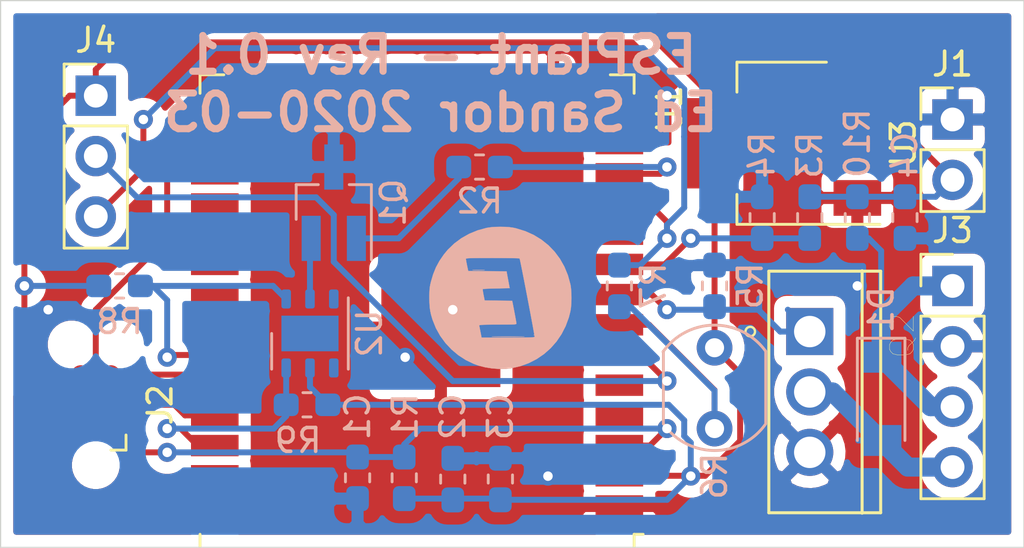
<source format=kicad_pcb>
(kicad_pcb (version 20171130) (host pcbnew "(5.1.5)-3")

  (general
    (thickness 1.6)
    (drawings 5)
    (tracks 161)
    (zones 0)
    (modules 25)
    (nets 20)
  )

  (page A4)
  (layers
    (0 F.Cu signal hide)
    (31 B.Cu signal hide)
    (32 B.Adhes user hide)
    (33 F.Adhes user hide)
    (34 B.Paste user)
    (35 F.Paste user hide)
    (36 B.SilkS user)
    (37 F.SilkS user)
    (38 B.Mask user)
    (39 F.Mask user hide)
    (40 Dwgs.User user hide)
    (41 Cmts.User user hide)
    (42 Eco1.User user)
    (43 Eco2.User user)
    (44 Edge.Cuts user)
    (45 Margin user)
    (46 B.CrtYd user hide)
    (47 F.CrtYd user hide)
    (48 B.Fab user hide)
    (49 F.Fab user hide)
  )

  (setup
    (last_trace_width 0.25)
    (user_trace_width 0.8)
    (trace_clearance 0.2)
    (zone_clearance 0.508)
    (zone_45_only no)
    (trace_min 0.2)
    (via_size 0.8)
    (via_drill 0.4)
    (via_min_size 0.4)
    (via_min_drill 0.3)
    (uvia_size 0.3)
    (uvia_drill 0.1)
    (uvias_allowed no)
    (uvia_min_size 0.2)
    (uvia_min_drill 0.1)
    (edge_width 0.05)
    (segment_width 0.2)
    (pcb_text_width 0.3)
    (pcb_text_size 1.5 1.5)
    (mod_edge_width 0.12)
    (mod_text_size 1 1)
    (mod_text_width 0.15)
    (pad_size 1.524 1.524)
    (pad_drill 0.762)
    (pad_to_mask_clearance 0.051)
    (solder_mask_min_width 0.25)
    (aux_axis_origin 0 0)
    (visible_elements 7FFFFFFF)
    (pcbplotparams
      (layerselection 0x010fc_ffffffff)
      (usegerberextensions false)
      (usegerberattributes false)
      (usegerberadvancedattributes false)
      (creategerberjobfile false)
      (excludeedgelayer true)
      (linewidth 0.100000)
      (plotframeref false)
      (viasonmask false)
      (mode 1)
      (useauxorigin false)
      (hpglpennumber 1)
      (hpglpenspeed 20)
      (hpglpendiameter 15.000000)
      (psnegative false)
      (psa4output false)
      (plotreference true)
      (plotvalue true)
      (plotinvisibletext false)
      (padsonsilk false)
      (subtractmaskfromsilk false)
      (outputformat 1)
      (mirror false)
      (drillshape 1)
      (scaleselection 1)
      (outputdirectory ""))
  )

  (net 0 "")
  (net 1 GNDREF)
  (net 2 +3V3)
  (net 3 RX0)
  (net 4 TX0)
  (net 5 SOIL_ANALOG)
  (net 6 +BATT)
  (net 7 BATT_ANALOG)
  (net 8 AMBL_ANALOG)
  (net 9 EN)
  (net 10 IO0)
  (net 11 PUMP-)
  (net 12 PUMP+)
  (net 13 SENSOR_EN)
  (net 14 SCL)
  (net 15 SDA)
  (net 16 "Net-(Q1-Pad2)")
  (net 17 "Net-(Q1-Pad1)")
  (net 18 PUMP_EN)
  (net 19 TH_SENSOR_EN)

  (net_class Default "This is the default net class."
    (clearance 0.2)
    (trace_width 0.25)
    (via_dia 0.8)
    (via_drill 0.4)
    (uvia_dia 0.3)
    (uvia_drill 0.1)
    (add_net +3V3)
    (add_net +BATT)
    (add_net AMBL_ANALOG)
    (add_net BATT_ANALOG)
    (add_net EN)
    (add_net GNDREF)
    (add_net IO0)
    (add_net "Net-(Q1-Pad1)")
    (add_net "Net-(Q1-Pad2)")
    (add_net PUMP+)
    (add_net PUMP-)
    (add_net PUMP_EN)
    (add_net RX0)
    (add_net SCL)
    (add_net SDA)
    (add_net SENSOR_EN)
    (add_net SOIL_ANALOG)
    (add_net TH_SENSOR_EN)
    (add_net TX0)
  )

  (module Graphics:e3_6mm (layer B.Cu) (tedit 0) (tstamp 5E64B086)
    (at 152 100.5 180)
    (fp_text reference G*** (at 0 0) (layer F.SilkS) hide
      (effects (font (size 1.524 1.524) (thickness 0.3)))
    )
    (fp_text value LOGO (at 0.75 0) (layer F.SilkS) hide
      (effects (font (size 1.524 1.524) (thickness 0.3)))
    )
    (fp_poly (pts (xy 0.213427 2.981571) (xy 0.409407 2.966414) (xy 0.573803 2.941403) (xy 0.575 2.941152)
      (xy 0.952686 2.837793) (xy 1.308384 2.691991) (xy 1.638673 2.505872) (xy 1.940134 2.281564)
      (xy 2.20935 2.021194) (xy 2.374594 1.821526) (xy 2.559716 1.551312) (xy 2.707587 1.27776)
      (xy 2.82527 0.985964) (xy 2.914937 0.680671) (xy 2.941714 0.567861) (xy 2.960441 0.469427)
      (xy 2.972533 0.371496) (xy 2.979406 0.260194) (xy 2.982475 0.12165) (xy 2.983096 0.0125)
      (xy 2.980127 -0.204018) (xy 2.96869 -0.386483) (xy 2.946539 -0.550455) (xy 2.911425 -0.711493)
      (xy 2.861101 -0.885155) (xy 2.84717 -0.928424) (xy 2.708231 -1.275033) (xy 2.526503 -1.600931)
      (xy 2.306051 -1.902057) (xy 2.050943 -2.174349) (xy 1.765244 -2.413747) (xy 1.453022 -2.61619)
      (xy 1.118343 -2.777617) (xy 0.925 -2.847826) (xy 0.649554 -2.919891) (xy 0.353259 -2.968003)
      (xy 0.052205 -2.99082) (xy -0.237518 -2.987001) (xy -0.456275 -2.962904) (xy -0.835644 -2.876363)
      (xy -1.193654 -2.746027) (xy -1.527627 -2.574476) (xy -1.834887 -2.364295) (xy -2.112756 -2.118065)
      (xy -2.358557 -1.83837) (xy -2.492575 -1.641154) (xy -1.439557 -1.641154) (xy -1.428673 -1.649448)
      (xy -1.400317 -1.656329) (xy -1.350529 -1.661917) (xy -1.275347 -1.666331) (xy -1.170811 -1.669692)
      (xy -1.032958 -1.672119) (xy -0.857829 -1.673731) (xy -0.641461 -1.674648) (xy -0.379895 -1.67499)
      (xy -0.318389 -1.675) (xy 0.789791 -1.675) (xy 0.84038 -1.414721) (xy 0.890969 -1.154443)
      (xy 0.817359 -1.139721) (xy 0.773703 -1.135891) (xy 0.687229 -1.132432) (xy 0.56512 -1.129479)
      (xy 0.414558 -1.127167) (xy 0.242726 -1.125631) (xy 0.056805 -1.125007) (xy 0.034375 -1.125)
      (xy -0.175079 -1.124707) (xy -0.339697 -1.123649) (xy -0.464641 -1.121552) (xy -0.555073 -1.118147)
      (xy -0.616155 -1.11316) (xy -0.653048 -1.106321) (xy -0.670916 -1.097357) (xy -0.675 -1.087663)
      (xy -0.670281 -1.049283) (xy -0.656928 -0.968469) (xy -0.63615 -0.851807) (xy -0.609157 -0.705883)
      (xy -0.577157 -0.537284) (xy -0.541358 -0.352598) (xy -0.522497 -0.256706) (xy -0.496645 -0.125913)
      (xy 0.08192 -0.119206) (xy 0.660485 -0.1125) (xy 0.707058 0.121102) (xy 0.725757 0.223201)
      (xy 0.737779 0.305822) (xy 0.741621 0.357518) (xy 0.739586 0.368748) (xy 0.711576 0.373323)
      (xy 0.640895 0.378359) (xy 0.534865 0.383524) (xy 0.400809 0.388486) (xy 0.246049 0.392912)
      (xy 0.167477 0.394728) (xy -0.390586 0.406664) (xy -0.324919 0.759582) (xy -0.259253 1.1125)
      (xy 0.544984 1.119096) (xy 1.34922 1.125692) (xy 1.362186 1.181596) (xy 1.382947 1.275493)
      (xy 1.40459 1.380405) (xy 1.424532 1.482871) (xy 1.440188 1.569427) (xy 1.448975 1.626611)
      (xy 1.45 1.639135) (xy 1.444157 1.647764) (xy 1.423924 1.654926) (xy 1.385237 1.660752)
      (xy 1.324036 1.665371) (xy 1.23626 1.668912) (xy 1.117846 1.671505) (xy 0.964735 1.67328)
      (xy 0.772864 1.674366) (xy 0.538172 1.674894) (xy 0.326475 1.675) (xy 0.094347 1.67459)
      (xy -0.122106 1.673414) (xy -0.317823 1.671559) (xy -0.48774 1.669108) (xy -0.626794 1.666147)
      (xy -0.729923 1.662762) (xy -0.792064 1.659036) (xy -0.808824 1.655949) (xy -0.817173 1.625908)
      (xy -0.833648 1.551934) (xy -0.857302 1.438986) (xy -0.887187 1.292018) (xy -0.922353 1.11599)
      (xy -0.961853 0.915858) (xy -1.004738 0.696579) (xy -1.05006 0.463111) (xy -1.096871 0.22041)
      (xy -1.144223 -0.026565) (xy -1.191166 -0.272859) (xy -1.236754 -0.513513) (xy -1.280036 -0.743571)
      (xy -1.320067 -0.958074) (xy -1.355895 -1.152067) (xy -1.386575 -1.320592) (xy -1.411157 -1.458691)
      (xy -1.428692 -1.561407) (xy -1.438233 -1.623784) (xy -1.439557 -1.641154) (xy -2.492575 -1.641154)
      (xy -2.569613 -1.52779) (xy -2.743246 -1.18891) (xy -2.87678 -0.824312) (xy -2.943099 -0.564018)
      (xy -2.967003 -0.407226) (xy -2.981537 -0.217417) (xy -2.9867 -0.010691) (xy -2.982492 0.196856)
      (xy -2.968913 0.389125) (xy -2.945964 0.550019) (xy -2.943099 0.564019) (xy -2.837146 0.949572)
      (xy -2.689317 1.309328) (xy -2.501826 1.641074) (xy -2.276887 1.942598) (xy -2.016714 2.211683)
      (xy -1.72352 2.446118) (xy -1.39952 2.643688) (xy -1.046927 2.802179) (xy -0.667954 2.919377)
      (xy -0.564019 2.943099) (xy -0.402858 2.967637) (xy -0.20882 2.98221) (xy 0.00198 2.986845)
      (xy 0.213427 2.981571)) (layer B.SilkS) (width 0.01))
    (fp_poly (pts (xy -0.179769 -1.628465) (xy 0.057519 -1.629571) (xy 0.23125 -1.631274) (xy 0.318945 -1.632698)
      (xy 0.358782 -1.634028) (xy 0.352904 -1.635238) (xy 0.303451 -1.636299) (xy 0.212566 -1.637184)
      (xy 0.082391 -1.637865) (xy -0.084932 -1.638313) (xy -0.287261 -1.638502) (xy -0.325 -1.638506)
      (xy -0.53307 -1.638364) (xy -0.706498 -1.637958) (xy -0.843142 -1.637315) (xy -0.94086 -1.636463)
      (xy -0.99751 -1.63543) (xy -1.010951 -1.634243) (xy -0.97904 -1.632931) (xy -0.899635 -1.631522)
      (xy -0.88125 -1.631274) (xy -0.669836 -1.629317) (xy -0.429115 -1.62838) (xy -0.179769 -1.628465)) (layer B.SilkS) (width 0.01))
    (fp_poly (pts (xy -1.4 -1.5625) (xy -1.4125 -1.575) (xy -1.425 -1.5625) (xy -1.4125 -1.55)
      (xy -1.4 -1.5625)) (layer B.SilkS) (width 0.01))
    (fp_poly (pts (xy 1.124467 1.168896) (xy 1.132477 1.16858) (xy 1.175187 1.165955) (xy 1.171504 1.16367)
      (xy 1.125034 1.161863) (xy 1.039384 1.160671) (xy 0.91816 1.16023) (xy 0.9125 1.16023)
      (xy 0.791017 1.160664) (xy 0.706036 1.161842) (xy 0.660881 1.163627) (xy 0.658878 1.165883)
      (xy 0.703355 1.168473) (xy 0.707477 1.168633) (xy 0.842854 1.171651) (xy 0.992116 1.171738)
      (xy 1.124467 1.168896)) (layer B.SilkS) (width 0.01))
  )

  (module Capacitor_SMD:C_0603_1608Metric_Pad1.05x0.95mm_HandSolder (layer B.Cu) (tedit 5B301BBE) (tstamp 5E644C66)
    (at 169 97.125 270)
    (descr "Capacitor SMD 0603 (1608 Metric), square (rectangular) end terminal, IPC_7351 nominal with elongated pad for handsoldering. (Body size source: http://www.tortai-tech.com/upload/download/2011102023233369053.pdf), generated with kicad-footprint-generator")
    (tags "capacitor handsolder")
    (path /5E648717)
    (attr smd)
    (fp_text reference C4 (at -2.625 0 90) (layer B.SilkS)
      (effects (font (size 1 1) (thickness 0.15)) (justify mirror))
    )
    (fp_text value 10uF (at 0 -1.43 90) (layer B.Fab)
      (effects (font (size 1 1) (thickness 0.15)) (justify mirror))
    )
    (fp_text user %R (at 0 0 90) (layer B.Fab)
      (effects (font (size 0.4 0.4) (thickness 0.06)) (justify mirror))
    )
    (fp_line (start 1.65 -0.73) (end -1.65 -0.73) (layer B.CrtYd) (width 0.05))
    (fp_line (start 1.65 0.73) (end 1.65 -0.73) (layer B.CrtYd) (width 0.05))
    (fp_line (start -1.65 0.73) (end 1.65 0.73) (layer B.CrtYd) (width 0.05))
    (fp_line (start -1.65 -0.73) (end -1.65 0.73) (layer B.CrtYd) (width 0.05))
    (fp_line (start -0.171267 -0.51) (end 0.171267 -0.51) (layer B.SilkS) (width 0.12))
    (fp_line (start -0.171267 0.51) (end 0.171267 0.51) (layer B.SilkS) (width 0.12))
    (fp_line (start 0.8 -0.4) (end -0.8 -0.4) (layer B.Fab) (width 0.1))
    (fp_line (start 0.8 0.4) (end 0.8 -0.4) (layer B.Fab) (width 0.1))
    (fp_line (start -0.8 0.4) (end 0.8 0.4) (layer B.Fab) (width 0.1))
    (fp_line (start -0.8 -0.4) (end -0.8 0.4) (layer B.Fab) (width 0.1))
    (pad 2 smd roundrect (at 0.875 0 270) (size 1.05 0.95) (layers B.Cu B.Paste B.Mask) (roundrect_rratio 0.25)
      (net 1 GNDREF))
    (pad 1 smd roundrect (at -0.875 0 270) (size 1.05 0.95) (layers B.Cu B.Paste B.Mask) (roundrect_rratio 0.25)
      (net 6 +BATT))
    (model ${KISYS3DMOD}/Capacitor_SMD.3dshapes/C_0603_1608Metric.wrl
      (at (xyz 0 0 0))
      (scale (xyz 1 1 1))
      (rotate (xyz 0 0 0))
    )
  )

  (module Resistor_SMD:R_0603_1608Metric_Pad1.05x0.95mm_HandSolder (layer B.Cu) (tedit 5B301BBD) (tstamp 5E5B9BFD)
    (at 157 100 90)
    (descr "Resistor SMD 0603 (1608 Metric), square (rectangular) end terminal, IPC_7351 nominal with elongated pad for handsoldering. (Body size source: http://www.tortai-tech.com/upload/download/2011102023233369053.pdf), generated with kicad-footprint-generator")
    (tags "resistor handsolder")
    (path /5E59F0C1)
    (attr smd)
    (fp_text reference R7 (at 0 1.43 270) (layer B.SilkS)
      (effects (font (size 1 1) (thickness 0.15)) (justify mirror))
    )
    (fp_text value 100K (at 0 -1.43 270) (layer B.Fab)
      (effects (font (size 1 1) (thickness 0.15)) (justify mirror))
    )
    (fp_line (start -0.8 -0.4) (end -0.8 0.4) (layer B.Fab) (width 0.1))
    (fp_line (start -0.8 0.4) (end 0.8 0.4) (layer B.Fab) (width 0.1))
    (fp_line (start 0.8 0.4) (end 0.8 -0.4) (layer B.Fab) (width 0.1))
    (fp_line (start 0.8 -0.4) (end -0.8 -0.4) (layer B.Fab) (width 0.1))
    (fp_line (start -0.171267 0.51) (end 0.171267 0.51) (layer B.SilkS) (width 0.12))
    (fp_line (start -0.171267 -0.51) (end 0.171267 -0.51) (layer B.SilkS) (width 0.12))
    (fp_line (start -1.65 -0.73) (end -1.65 0.73) (layer B.CrtYd) (width 0.05))
    (fp_line (start -1.65 0.73) (end 1.65 0.73) (layer B.CrtYd) (width 0.05))
    (fp_line (start 1.65 0.73) (end 1.65 -0.73) (layer B.CrtYd) (width 0.05))
    (fp_line (start 1.65 -0.73) (end -1.65 -0.73) (layer B.CrtYd) (width 0.05))
    (fp_text user %R (at 0 0 270) (layer B.Fab)
      (effects (font (size 0.4 0.4) (thickness 0.06)) (justify mirror))
    )
    (pad 1 smd roundrect (at -0.875 0 90) (size 1.05 0.95) (layers B.Cu B.Paste B.Mask) (roundrect_rratio 0.25)
      (net 8 AMBL_ANALOG))
    (pad 2 smd roundrect (at 0.875 0 90) (size 1.05 0.95) (layers B.Cu B.Paste B.Mask) (roundrect_rratio 0.25)
      (net 13 SENSOR_EN))
    (model ${KISYS3DMOD}/Resistor_SMD.3dshapes/R_0603_1608Metric.wrl
      (at (xyz 0 0 0))
      (scale (xyz 1 1 1))
      (rotate (xyz 0 0 0))
    )
  )

  (module Resistor_SMD:R_0603_1608Metric_Pad1.05x0.95mm_HandSolder (layer B.Cu) (tedit 5B301BBD) (tstamp 5E5B9140)
    (at 151.125 95)
    (descr "Resistor SMD 0603 (1608 Metric), square (rectangular) end terminal, IPC_7351 nominal with elongated pad for handsoldering. (Body size source: http://www.tortai-tech.com/upload/download/2011102023233369053.pdf), generated with kicad-footprint-generator")
    (tags "resistor handsolder")
    (path /5E5D3D3E)
    (attr smd)
    (fp_text reference R2 (at 0 1.43) (layer B.SilkS)
      (effects (font (size 1 1) (thickness 0.15)) (justify mirror))
    )
    (fp_text value 1K (at 0 -1.43) (layer B.Fab)
      (effects (font (size 1 1) (thickness 0.15)) (justify mirror))
    )
    (fp_text user %R (at 0 0) (layer B.Fab)
      (effects (font (size 0.4 0.4) (thickness 0.06)) (justify mirror))
    )
    (fp_line (start 1.65 -0.73) (end -1.65 -0.73) (layer B.CrtYd) (width 0.05))
    (fp_line (start 1.65 0.73) (end 1.65 -0.73) (layer B.CrtYd) (width 0.05))
    (fp_line (start -1.65 0.73) (end 1.65 0.73) (layer B.CrtYd) (width 0.05))
    (fp_line (start -1.65 -0.73) (end -1.65 0.73) (layer B.CrtYd) (width 0.05))
    (fp_line (start -0.171267 -0.51) (end 0.171267 -0.51) (layer B.SilkS) (width 0.12))
    (fp_line (start -0.171267 0.51) (end 0.171267 0.51) (layer B.SilkS) (width 0.12))
    (fp_line (start 0.8 -0.4) (end -0.8 -0.4) (layer B.Fab) (width 0.1))
    (fp_line (start 0.8 0.4) (end 0.8 -0.4) (layer B.Fab) (width 0.1))
    (fp_line (start -0.8 0.4) (end 0.8 0.4) (layer B.Fab) (width 0.1))
    (fp_line (start -0.8 -0.4) (end -0.8 0.4) (layer B.Fab) (width 0.1))
    (pad 2 smd roundrect (at 0.875 0) (size 1.05 0.95) (layers B.Cu B.Paste B.Mask) (roundrect_rratio 0.25)
      (net 19 TH_SENSOR_EN))
    (pad 1 smd roundrect (at -0.875 0) (size 1.05 0.95) (layers B.Cu B.Paste B.Mask) (roundrect_rratio 0.25)
      (net 17 "Net-(Q1-Pad1)"))
    (model ${KISYS3DMOD}/Resistor_SMD.3dshapes/R_0603_1608Metric.wrl
      (at (xyz 0 0 0))
      (scale (xyz 1 1 1))
      (rotate (xyz 0 0 0))
    )
  )

  (module Package_TO_SOT_SMD:SOT-23_Handsoldering (layer B.Cu) (tedit 5A0AB76C) (tstamp 5E5B908F)
    (at 145 96.5 90)
    (descr "SOT-23, Handsoldering")
    (tags SOT-23)
    (path /5E5D3D4B)
    (attr smd)
    (fp_text reference Q1 (at 0 2.5 90) (layer B.SilkS)
      (effects (font (size 1 1) (thickness 0.15)) (justify mirror))
    )
    (fp_text value Q_NPN_BCE (at 0 -2.5 90) (layer B.Fab)
      (effects (font (size 1 1) (thickness 0.15)) (justify mirror))
    )
    (fp_line (start 0.76 -1.58) (end -0.7 -1.58) (layer B.SilkS) (width 0.12))
    (fp_line (start -0.7 -1.52) (end 0.7 -1.52) (layer B.Fab) (width 0.1))
    (fp_line (start 0.7 1.52) (end 0.7 -1.52) (layer B.Fab) (width 0.1))
    (fp_line (start -0.7 0.95) (end -0.15 1.52) (layer B.Fab) (width 0.1))
    (fp_line (start -0.15 1.52) (end 0.7 1.52) (layer B.Fab) (width 0.1))
    (fp_line (start -0.7 0.95) (end -0.7 -1.5) (layer B.Fab) (width 0.1))
    (fp_line (start 0.76 1.58) (end -2.4 1.58) (layer B.SilkS) (width 0.12))
    (fp_line (start -2.7 -1.75) (end -2.7 1.75) (layer B.CrtYd) (width 0.05))
    (fp_line (start 2.7 -1.75) (end -2.7 -1.75) (layer B.CrtYd) (width 0.05))
    (fp_line (start 2.7 1.75) (end 2.7 -1.75) (layer B.CrtYd) (width 0.05))
    (fp_line (start -2.7 1.75) (end 2.7 1.75) (layer B.CrtYd) (width 0.05))
    (fp_line (start 0.76 1.58) (end 0.76 0.65) (layer B.SilkS) (width 0.12))
    (fp_line (start 0.76 -1.58) (end 0.76 -0.65) (layer B.SilkS) (width 0.12))
    (fp_text user %R (at 0 0 180) (layer B.Fab)
      (effects (font (size 0.5 0.5) (thickness 0.075)) (justify mirror))
    )
    (pad 3 smd rect (at 1.5 0 90) (size 1.9 0.8) (layers B.Cu B.Paste B.Mask)
      (net 1 GNDREF))
    (pad 2 smd rect (at -1.5 -0.95 90) (size 1.9 0.8) (layers B.Cu B.Paste B.Mask)
      (net 16 "Net-(Q1-Pad2)"))
    (pad 1 smd rect (at -1.5 0.95 90) (size 1.9 0.8) (layers B.Cu B.Paste B.Mask)
      (net 17 "Net-(Q1-Pad1)"))
    (model ${KISYS3DMOD}/Package_TO_SOT_SMD.3dshapes/SOT-23.wrl
      (at (xyz 0 0 0))
      (scale (xyz 1 1 1))
      (rotate (xyz 0 0 0))
    )
  )

  (module Resistor_SMD:R_0603_1608Metric_Pad1.05x0.95mm_HandSolder (layer B.Cu) (tedit 5B301BBD) (tstamp 5E567AAD)
    (at 143.875 105 180)
    (descr "Resistor SMD 0603 (1608 Metric), square (rectangular) end terminal, IPC_7351 nominal with elongated pad for handsoldering. (Body size source: http://www.tortai-tech.com/upload/download/2011102023233369053.pdf), generated with kicad-footprint-generator")
    (tags "resistor handsolder")
    (path /5E588F91)
    (attr smd)
    (fp_text reference R9 (at 0.375 -1.5 180) (layer B.SilkS)
      (effects (font (size 1 1) (thickness 0.15)) (justify mirror))
    )
    (fp_text value 4.7K (at 0 -1.43 180) (layer B.Fab)
      (effects (font (size 1 1) (thickness 0.15)) (justify mirror))
    )
    (fp_text user %R (at 0 0 180) (layer B.Fab)
      (effects (font (size 0.4 0.4) (thickness 0.06)) (justify mirror))
    )
    (fp_line (start 1.65 -0.73) (end -1.65 -0.73) (layer B.CrtYd) (width 0.05))
    (fp_line (start 1.65 0.73) (end 1.65 -0.73) (layer B.CrtYd) (width 0.05))
    (fp_line (start -1.65 0.73) (end 1.65 0.73) (layer B.CrtYd) (width 0.05))
    (fp_line (start -1.65 -0.73) (end -1.65 0.73) (layer B.CrtYd) (width 0.05))
    (fp_line (start -0.171267 -0.51) (end 0.171267 -0.51) (layer B.SilkS) (width 0.12))
    (fp_line (start -0.171267 0.51) (end 0.171267 0.51) (layer B.SilkS) (width 0.12))
    (fp_line (start 0.8 -0.4) (end -0.8 -0.4) (layer B.Fab) (width 0.1))
    (fp_line (start 0.8 0.4) (end 0.8 -0.4) (layer B.Fab) (width 0.1))
    (fp_line (start -0.8 0.4) (end 0.8 0.4) (layer B.Fab) (width 0.1))
    (fp_line (start -0.8 -0.4) (end -0.8 0.4) (layer B.Fab) (width 0.1))
    (pad 2 smd roundrect (at 0.875 0 180) (size 1.05 0.95) (layers B.Cu B.Paste B.Mask) (roundrect_rratio 0.25)
      (net 14 SCL))
    (pad 1 smd roundrect (at -0.875 0 180) (size 1.05 0.95) (layers B.Cu B.Paste B.Mask) (roundrect_rratio 0.25)
      (net 2 +3V3))
    (model ${KISYS3DMOD}/Resistor_SMD.3dshapes/R_0603_1608Metric.wrl
      (at (xyz 0 0 0))
      (scale (xyz 1 1 1))
      (rotate (xyz 0 0 0))
    )
  )

  (module Resistor_SMD:R_0603_1608Metric_Pad1.05x0.95mm_HandSolder (layer B.Cu) (tedit 5B301BBD) (tstamp 5E56799E)
    (at 136 100 180)
    (descr "Resistor SMD 0603 (1608 Metric), square (rectangular) end terminal, IPC_7351 nominal with elongated pad for handsoldering. (Body size source: http://www.tortai-tech.com/upload/download/2011102023233369053.pdf), generated with kicad-footprint-generator")
    (tags "resistor handsolder")
    (path /5E588096)
    (attr smd)
    (fp_text reference R8 (at 0 -1.5 180) (layer B.SilkS)
      (effects (font (size 1 1) (thickness 0.15)) (justify mirror))
    )
    (fp_text value 4.7K (at 0 -1.43 180) (layer B.Fab) hide
      (effects (font (size 1 1) (thickness 0.15)) (justify mirror))
    )
    (fp_text user %R (at 0 0 180) (layer B.Fab)
      (effects (font (size 0.4 0.4) (thickness 0.06)) (justify mirror))
    )
    (fp_line (start 1.65 -0.73) (end -1.65 -0.73) (layer B.CrtYd) (width 0.05))
    (fp_line (start 1.65 0.73) (end 1.65 -0.73) (layer B.CrtYd) (width 0.05))
    (fp_line (start -1.65 0.73) (end 1.65 0.73) (layer B.CrtYd) (width 0.05))
    (fp_line (start -1.65 -0.73) (end -1.65 0.73) (layer B.CrtYd) (width 0.05))
    (fp_line (start -0.171267 -0.51) (end 0.171267 -0.51) (layer B.SilkS) (width 0.12))
    (fp_line (start -0.171267 0.51) (end 0.171267 0.51) (layer B.SilkS) (width 0.12))
    (fp_line (start 0.8 -0.4) (end -0.8 -0.4) (layer B.Fab) (width 0.1))
    (fp_line (start 0.8 0.4) (end 0.8 -0.4) (layer B.Fab) (width 0.1))
    (fp_line (start -0.8 0.4) (end 0.8 0.4) (layer B.Fab) (width 0.1))
    (fp_line (start -0.8 -0.4) (end -0.8 0.4) (layer B.Fab) (width 0.1))
    (pad 2 smd roundrect (at 0.875 0 180) (size 1.05 0.95) (layers B.Cu B.Paste B.Mask) (roundrect_rratio 0.25)
      (net 2 +3V3))
    (pad 1 smd roundrect (at -0.875 0 180) (size 1.05 0.95) (layers B.Cu B.Paste B.Mask) (roundrect_rratio 0.25)
      (net 15 SDA))
    (model ${KISYS3DMOD}/Resistor_SMD.3dshapes/R_0603_1608Metric.wrl
      (at (xyz 0 0 0))
      (scale (xyz 1 1 1))
      (rotate (xyz 0 0 0))
    )
  )

  (module Package_DFN_QFN:DFN-6-1EP_3x3mm_P1mm_EP1.5x2.4mm (layer B.Cu) (tedit 5DC5F54E) (tstamp 5E561B02)
    (at 144 102 270)
    (descr "DFN, 6 Pin (https://www.silabs.com/documents/public/data-sheets/Si7020-A20.pdf), generated with kicad-footprint-generator ipc_noLead_generator.py")
    (tags "DFN NoLead")
    (path /5E563C10)
    (attr smd)
    (fp_text reference U2 (at 0 -2.5 90) (layer B.SilkS)
      (effects (font (size 1 1) (thickness 0.15)) (justify mirror))
    )
    (fp_text value Si7021-A20 (at 0 -2.45 90) (layer B.Fab)
      (effects (font (size 1 1) (thickness 0.15)) (justify mirror))
    )
    (fp_text user %R (at 0 0 90) (layer B.Fab)
      (effects (font (size 0.75 0.75) (thickness 0.11)) (justify mirror))
    )
    (fp_line (start 2.1 1.75) (end -2.1 1.75) (layer B.CrtYd) (width 0.05))
    (fp_line (start 2.1 -1.75) (end 2.1 1.75) (layer B.CrtYd) (width 0.05))
    (fp_line (start -2.1 -1.75) (end 2.1 -1.75) (layer B.CrtYd) (width 0.05))
    (fp_line (start -2.1 1.75) (end -2.1 -1.75) (layer B.CrtYd) (width 0.05))
    (fp_line (start -1.5 0.75) (end -0.75 1.5) (layer B.Fab) (width 0.1))
    (fp_line (start -1.5 -1.5) (end -1.5 0.75) (layer B.Fab) (width 0.1))
    (fp_line (start 1.5 -1.5) (end -1.5 -1.5) (layer B.Fab) (width 0.1))
    (fp_line (start 1.5 1.5) (end 1.5 -1.5) (layer B.Fab) (width 0.1))
    (fp_line (start -0.75 1.5) (end 1.5 1.5) (layer B.Fab) (width 0.1))
    (fp_line (start -1.5 -1.61) (end 1.5 -1.61) (layer B.SilkS) (width 0.12))
    (fp_line (start 0 1.61) (end 1.5 1.61) (layer B.SilkS) (width 0.12))
    (pad "" smd roundrect (at 0.375 -0.6 270) (size 0.6 0.97) (layers B.Paste) (roundrect_rratio 0.25))
    (pad "" smd roundrect (at 0.375 0.6 270) (size 0.6 0.97) (layers B.Paste) (roundrect_rratio 0.25))
    (pad "" smd roundrect (at -0.375 -0.6 270) (size 0.6 0.97) (layers B.Paste) (roundrect_rratio 0.25))
    (pad "" smd roundrect (at -0.375 0.6 270) (size 0.6 0.97) (layers B.Paste) (roundrect_rratio 0.25))
    (pad 7 smd rect (at 0 0 270) (size 1.5 2.4) (layers B.Cu B.Mask))
    (pad 6 smd roundrect (at 1.45 1 270) (size 0.8 0.4) (layers B.Cu B.Paste B.Mask) (roundrect_rratio 0.25)
      (net 14 SCL))
    (pad 5 smd roundrect (at 1.45 0 270) (size 0.8 0.4) (layers B.Cu B.Paste B.Mask) (roundrect_rratio 0.25)
      (net 2 +3V3))
    (pad 4 smd roundrect (at 1.45 -1 270) (size 0.8 0.4) (layers B.Cu B.Paste B.Mask) (roundrect_rratio 0.25))
    (pad 3 smd roundrect (at -1.45 -1 270) (size 0.8 0.4) (layers B.Cu B.Paste B.Mask) (roundrect_rratio 0.25))
    (pad 2 smd roundrect (at -1.45 0 270) (size 0.8 0.4) (layers B.Cu B.Paste B.Mask) (roundrect_rratio 0.25)
      (net 16 "Net-(Q1-Pad2)"))
    (pad 1 smd roundrect (at -1.45 1 270) (size 0.8 0.4) (layers B.Cu B.Paste B.Mask) (roundrect_rratio 0.25)
      (net 15 SDA))
    (model ${KISYS3DMOD}/Package_DFN_QFN.3dshapes/DFN-6-1EP_3x3mm_P1mm_EP1.5x2.4mm.wrl
      (at (xyz 0 0 0))
      (scale (xyz 1 1 1))
      (rotate (xyz 0 0 0))
    )
  )

  (module Diode_SMD:D_MiniMELF (layer B.Cu) (tedit 5905D8F5) (tstamp 5E56B4A3)
    (at 168 104.75 270)
    (descr "Diode Mini-MELF")
    (tags "Diode Mini-MELF")
    (path /5E61A832)
    (attr smd)
    (fp_text reference D1 (at -3.75 0 270) (layer B.SilkS)
      (effects (font (size 1 1) (thickness 0.15)) (justify mirror))
    )
    (fp_text value LL4148 (at 0 -1.75 270) (layer B.Fab)
      (effects (font (size 1 1) (thickness 0.15)) (justify mirror))
    )
    (fp_line (start -2.65 -1.1) (end -2.65 1.1) (layer B.CrtYd) (width 0.05))
    (fp_line (start 2.65 -1.1) (end -2.65 -1.1) (layer B.CrtYd) (width 0.05))
    (fp_line (start 2.65 1.1) (end 2.65 -1.1) (layer B.CrtYd) (width 0.05))
    (fp_line (start -2.65 1.1) (end 2.65 1.1) (layer B.CrtYd) (width 0.05))
    (fp_line (start -0.75 0) (end -0.35 0) (layer B.Fab) (width 0.1))
    (fp_line (start -0.35 0) (end -0.35 0.55) (layer B.Fab) (width 0.1))
    (fp_line (start -0.35 0) (end -0.35 -0.55) (layer B.Fab) (width 0.1))
    (fp_line (start -0.35 0) (end 0.25 0.4) (layer B.Fab) (width 0.1))
    (fp_line (start 0.25 0.4) (end 0.25 -0.4) (layer B.Fab) (width 0.1))
    (fp_line (start 0.25 -0.4) (end -0.35 0) (layer B.Fab) (width 0.1))
    (fp_line (start 0.25 0) (end 0.75 0) (layer B.Fab) (width 0.1))
    (fp_line (start -1.65 0.8) (end 1.65 0.8) (layer B.Fab) (width 0.1))
    (fp_line (start -1.65 -0.8) (end -1.65 0.8) (layer B.Fab) (width 0.1))
    (fp_line (start 1.65 -0.8) (end -1.65 -0.8) (layer B.Fab) (width 0.1))
    (fp_line (start 1.65 0.8) (end 1.65 -0.8) (layer B.Fab) (width 0.1))
    (fp_line (start -2.55 -1) (end 1.75 -1) (layer B.SilkS) (width 0.12))
    (fp_line (start -2.55 1) (end -2.55 -1) (layer B.SilkS) (width 0.12))
    (fp_line (start 1.75 1) (end -2.55 1) (layer B.SilkS) (width 0.12))
    (fp_text user %R (at 0 2 270) (layer B.Fab)
      (effects (font (size 1 1) (thickness 0.15)) (justify mirror))
    )
    (pad 2 smd rect (at 1.75 0 270) (size 1.3 1.7) (layers B.Cu B.Paste B.Mask)
      (net 11 PUMP-))
    (pad 1 smd rect (at -1.75 0 270) (size 1.3 1.7) (layers B.Cu B.Paste B.Mask)
      (net 12 PUMP+))
    (model ${KISYS3DMOD}/Diode_SMD.3dshapes/D_MiniMELF.wrl
      (at (xyz 0 0 0))
      (scale (xyz 1 1 1))
      (rotate (xyz 0 0 0))
    )
  )

  (module RFP30N06LE:TRANS_RFP30N06LE (layer F.Cu) (tedit 5E55F638) (tstamp 5E56ACC4)
    (at 165 104.46 270)
    (path /5E587B96)
    (fp_text reference Q2 (at -2.368715 -3.891095 90) (layer F.SilkS)
      (effects (font (size 1.001567 1.001567) (thickness 0.015)))
    )
    (fp_text value "Pump Driver" (at 4.82784 3.67093 90) (layer F.Fab)
      (effects (font (size 1.001622 1.001622) (thickness 0.015)))
    )
    (fp_line (start -5.1 -2.2) (end 5.1 -2.2) (layer F.SilkS) (width 0.127))
    (fp_circle (center -2.54 2.5) (end -2.34 2.5) (layer F.SilkS) (width 0.1))
    (fp_line (start -5.29 2) (end -5.29 -3.23) (layer F.CrtYd) (width 0.05))
    (fp_line (start 5.46 2) (end -5.29 2) (layer F.CrtYd) (width 0.05))
    (fp_line (start 5.46 -3.23) (end 5.46 2) (layer F.CrtYd) (width 0.05))
    (fp_line (start -5.29 -3.23) (end 5.46 -3.23) (layer F.CrtYd) (width 0.05))
    (fp_line (start -5.08 -2.98) (end -5.08 1.72) (layer F.SilkS) (width 0.127))
    (fp_line (start 5.08 -2.98) (end -5.08 -2.98) (layer F.SilkS) (width 0.127))
    (fp_line (start 5.08 1.72) (end 5.08 -2.98) (layer F.SilkS) (width 0.127))
    (fp_line (start -5.08 1.72) (end 5.08 1.72) (layer F.SilkS) (width 0.127))
    (pad 3 thru_hole circle (at 2.54 0 270) (size 1.98 1.98) (drill 1.32) (layers *.Cu *.Mask)
      (net 1 GNDREF))
    (pad 2 thru_hole circle (at 0 0 270) (size 1.98 1.98) (drill 1.32) (layers *.Cu *.Mask)
      (net 11 PUMP-))
    (pad 1 thru_hole rect (at -2.54 0 270) (size 1.98 1.98) (drill 1.32) (layers *.Cu *.Mask)
      (net 18 PUMP_EN))
  )

  (module Resistor_SMD:R_0603_1608Metric_Pad1.05x0.95mm_HandSolder (layer B.Cu) (tedit 5B301BBD) (tstamp 5E56504B)
    (at 167 97.125 270)
    (descr "Resistor SMD 0603 (1608 Metric), square (rectangular) end terminal, IPC_7351 nominal with elongated pad for handsoldering. (Body size source: http://www.tortai-tech.com/upload/download/2011102023233369053.pdf), generated with kicad-footprint-generator")
    (tags "resistor handsolder")
    (path /5E607B1B)
    (attr smd)
    (fp_text reference R10 (at -3.125 0 270) (layer B.SilkS)
      (effects (font (size 1 1) (thickness 0.15)) (justify mirror))
    )
    (fp_text value 0 (at 0 -1.43 270) (layer B.Fab) hide
      (effects (font (size 1 1) (thickness 0.15)) (justify mirror))
    )
    (fp_line (start -0.8 -0.4) (end -0.8 0.4) (layer B.Fab) (width 0.1))
    (fp_line (start -0.8 0.4) (end 0.8 0.4) (layer B.Fab) (width 0.1))
    (fp_line (start 0.8 0.4) (end 0.8 -0.4) (layer B.Fab) (width 0.1))
    (fp_line (start 0.8 -0.4) (end -0.8 -0.4) (layer B.Fab) (width 0.1))
    (fp_line (start -0.171267 0.51) (end 0.171267 0.51) (layer B.SilkS) (width 0.12))
    (fp_line (start -0.171267 -0.51) (end 0.171267 -0.51) (layer B.SilkS) (width 0.12))
    (fp_line (start -1.65 -0.73) (end -1.65 0.73) (layer B.CrtYd) (width 0.05))
    (fp_line (start -1.65 0.73) (end 1.65 0.73) (layer B.CrtYd) (width 0.05))
    (fp_line (start 1.65 0.73) (end 1.65 -0.73) (layer B.CrtYd) (width 0.05))
    (fp_line (start 1.65 -0.73) (end -1.65 -0.73) (layer B.CrtYd) (width 0.05))
    (fp_text user %R (at 0 0 270) (layer B.Fab)
      (effects (font (size 0.4 0.4) (thickness 0.06)) (justify mirror))
    )
    (pad 1 smd roundrect (at -0.875 0 270) (size 1.05 0.95) (layers B.Cu B.Paste B.Mask) (roundrect_rratio 0.25)
      (net 6 +BATT))
    (pad 2 smd roundrect (at 0.875 0 270) (size 1.05 0.95) (layers B.Cu B.Paste B.Mask) (roundrect_rratio 0.25)
      (net 12 PUMP+))
    (model ${KISYS3DMOD}/Resistor_SMD.3dshapes/R_0603_1608Metric.wrl
      (at (xyz 0 0 0))
      (scale (xyz 1 1 1))
      (rotate (xyz 0 0 0))
    )
  )

  (module Resistor_SMD:R_0603_1608Metric_Pad1.05x0.95mm_HandSolder (layer B.Cu) (tedit 5B301BBD) (tstamp 5E56503A)
    (at 161 100 270)
    (descr "Resistor SMD 0603 (1608 Metric), square (rectangular) end terminal, IPC_7351 nominal with elongated pad for handsoldering. (Body size source: http://www.tortai-tech.com/upload/download/2011102023233369053.pdf), generated with kicad-footprint-generator")
    (tags "resistor handsolder")
    (path /5E5A5262)
    (attr smd)
    (fp_text reference R5 (at 0 -1.5 270) (layer B.SilkS)
      (effects (font (size 1 1) (thickness 0.15)) (justify mirror))
    )
    (fp_text value 10K (at 0 -1.43 270) (layer B.Fab) hide
      (effects (font (size 1 1) (thickness 0.15)) (justify mirror))
    )
    (fp_line (start -0.8 -0.4) (end -0.8 0.4) (layer B.Fab) (width 0.1))
    (fp_line (start -0.8 0.4) (end 0.8 0.4) (layer B.Fab) (width 0.1))
    (fp_line (start 0.8 0.4) (end 0.8 -0.4) (layer B.Fab) (width 0.1))
    (fp_line (start 0.8 -0.4) (end -0.8 -0.4) (layer B.Fab) (width 0.1))
    (fp_line (start -0.171267 0.51) (end 0.171267 0.51) (layer B.SilkS) (width 0.12))
    (fp_line (start -0.171267 -0.51) (end 0.171267 -0.51) (layer B.SilkS) (width 0.12))
    (fp_line (start -1.65 -0.73) (end -1.65 0.73) (layer B.CrtYd) (width 0.05))
    (fp_line (start -1.65 0.73) (end 1.65 0.73) (layer B.CrtYd) (width 0.05))
    (fp_line (start 1.65 0.73) (end 1.65 -0.73) (layer B.CrtYd) (width 0.05))
    (fp_line (start 1.65 -0.73) (end -1.65 -0.73) (layer B.CrtYd) (width 0.05))
    (fp_text user %R (at 0 0 270) (layer B.Fab)
      (effects (font (size 0.4 0.4) (thickness 0.06)) (justify mirror))
    )
    (pad 1 smd roundrect (at -0.875 0 270) (size 1.05 0.95) (layers B.Cu B.Paste B.Mask) (roundrect_rratio 0.25)
      (net 1 GNDREF))
    (pad 2 smd roundrect (at 0.875 0 270) (size 1.05 0.95) (layers B.Cu B.Paste B.Mask) (roundrect_rratio 0.25)
      (net 18 PUMP_EN))
    (model ${KISYS3DMOD}/Resistor_SMD.3dshapes/R_0603_1608Metric.wrl
      (at (xyz 0 0 0))
      (scale (xyz 1 1 1))
      (rotate (xyz 0 0 0))
    )
  )

  (module Connector_PinHeader_2.54mm:PinHeader_1x04_P2.54mm_Vertical (layer F.Cu) (tedit 59FED5CC) (tstamp 5E564E85)
    (at 171 100)
    (descr "Through hole straight pin header, 1x04, 2.54mm pitch, single row")
    (tags "Through hole pin header THT 1x04 2.54mm single row")
    (path /5E5B5999)
    (fp_text reference J3 (at 0 -2.33) (layer F.SilkS)
      (effects (font (size 1 1) (thickness 0.15)))
    )
    (fp_text value PUMP (at 0 9.95) (layer F.Fab)
      (effects (font (size 1 1) (thickness 0.15)))
    )
    (fp_text user %R (at 0 3.81 90) (layer F.Fab)
      (effects (font (size 1 1) (thickness 0.15)))
    )
    (fp_line (start 1.8 -1.8) (end -1.8 -1.8) (layer F.CrtYd) (width 0.05))
    (fp_line (start 1.8 9.4) (end 1.8 -1.8) (layer F.CrtYd) (width 0.05))
    (fp_line (start -1.8 9.4) (end 1.8 9.4) (layer F.CrtYd) (width 0.05))
    (fp_line (start -1.8 -1.8) (end -1.8 9.4) (layer F.CrtYd) (width 0.05))
    (fp_line (start -1.33 -1.33) (end 0 -1.33) (layer F.SilkS) (width 0.12))
    (fp_line (start -1.33 0) (end -1.33 -1.33) (layer F.SilkS) (width 0.12))
    (fp_line (start -1.33 1.27) (end 1.33 1.27) (layer F.SilkS) (width 0.12))
    (fp_line (start 1.33 1.27) (end 1.33 8.95) (layer F.SilkS) (width 0.12))
    (fp_line (start -1.33 1.27) (end -1.33 8.95) (layer F.SilkS) (width 0.12))
    (fp_line (start -1.33 8.95) (end 1.33 8.95) (layer F.SilkS) (width 0.12))
    (fp_line (start -1.27 -0.635) (end -0.635 -1.27) (layer F.Fab) (width 0.1))
    (fp_line (start -1.27 8.89) (end -1.27 -0.635) (layer F.Fab) (width 0.1))
    (fp_line (start 1.27 8.89) (end -1.27 8.89) (layer F.Fab) (width 0.1))
    (fp_line (start 1.27 -1.27) (end 1.27 8.89) (layer F.Fab) (width 0.1))
    (fp_line (start -0.635 -1.27) (end 1.27 -1.27) (layer F.Fab) (width 0.1))
    (pad 4 thru_hole oval (at 0 7.62) (size 1.7 1.7) (drill 1) (layers *.Cu *.Mask)
      (net 11 PUMP-))
    (pad 3 thru_hole oval (at 0 5.08) (size 1.7 1.7) (drill 1) (layers *.Cu *.Mask)
      (net 12 PUMP+))
    (pad 2 thru_hole oval (at 0 2.54) (size 1.7 1.7) (drill 1) (layers *.Cu *.Mask)
      (net 1 GNDREF))
    (pad 1 thru_hole rect (at 0 0) (size 1.7 1.7) (drill 1) (layers *.Cu *.Mask)
      (net 12 PUMP+))
    (model ${KISYS3DMOD}/Connector_PinHeader_2.54mm.3dshapes/PinHeader_1x04_P2.54mm_Vertical.wrl
      (at (xyz 0 0 0))
      (scale (xyz 1 1 1))
      (rotate (xyz 0 0 0))
    )
  )

  (module Package_TO_SOT_SMD:SOT-223-3_TabPin2 (layer F.Cu) (tedit 5A02FF57) (tstamp 5E55EF3A)
    (at 163.85 94 180)
    (descr "module CMS SOT223 4 pins")
    (tags "CMS SOT")
    (path /5E57EF7B)
    (attr smd)
    (fp_text reference U3 (at -5.08 0 90) (layer F.SilkS)
      (effects (font (size 1 1) (thickness 0.15)))
    )
    (fp_text value LD1117S33TR_SOT223 (at 0 4.5) (layer F.Fab)
      (effects (font (size 1 1) (thickness 0.15)))
    )
    (fp_line (start 1.85 -3.35) (end 1.85 3.35) (layer F.Fab) (width 0.1))
    (fp_line (start -1.85 3.35) (end 1.85 3.35) (layer F.Fab) (width 0.1))
    (fp_line (start -4.1 -3.41) (end 1.91 -3.41) (layer F.SilkS) (width 0.12))
    (fp_line (start -0.85 -3.35) (end 1.85 -3.35) (layer F.Fab) (width 0.1))
    (fp_line (start -1.85 3.41) (end 1.91 3.41) (layer F.SilkS) (width 0.12))
    (fp_line (start -1.85 -2.35) (end -1.85 3.35) (layer F.Fab) (width 0.1))
    (fp_line (start -1.85 -2.35) (end -0.85 -3.35) (layer F.Fab) (width 0.1))
    (fp_line (start -4.4 -3.6) (end -4.4 3.6) (layer F.CrtYd) (width 0.05))
    (fp_line (start -4.4 3.6) (end 4.4 3.6) (layer F.CrtYd) (width 0.05))
    (fp_line (start 4.4 3.6) (end 4.4 -3.6) (layer F.CrtYd) (width 0.05))
    (fp_line (start 4.4 -3.6) (end -4.4 -3.6) (layer F.CrtYd) (width 0.05))
    (fp_line (start 1.91 -3.41) (end 1.91 -2.15) (layer F.SilkS) (width 0.12))
    (fp_line (start 1.91 3.41) (end 1.91 2.15) (layer F.SilkS) (width 0.12))
    (fp_text user %R (at 0 0 90) (layer F.Fab)
      (effects (font (size 0.8 0.8) (thickness 0.12)))
    )
    (pad 1 smd rect (at -3.15 -2.3 180) (size 2 1.5) (layers F.Cu F.Paste F.Mask)
      (net 1 GNDREF))
    (pad 3 smd rect (at -3.15 2.3 180) (size 2 1.5) (layers F.Cu F.Paste F.Mask)
      (net 6 +BATT))
    (pad 2 smd rect (at -3.15 0 180) (size 2 1.5) (layers F.Cu F.Paste F.Mask)
      (net 2 +3V3))
    (pad 2 smd rect (at 3.15 0 180) (size 2 3.8) (layers F.Cu F.Paste F.Mask)
      (net 2 +3V3))
    (model ${KISYS3DMOD}/Package_TO_SOT_SMD.3dshapes/SOT-223.wrl
      (at (xyz 0 0 0))
      (scale (xyz 1 1 1))
      (rotate (xyz 0 0 0))
    )
  )

  (module OptoDevice:R_LDR_5.1x4.3mm_P3.4mm_Vertical (layer B.Cu) (tedit 5B8603DB) (tstamp 5E555720)
    (at 161 102.6 270)
    (descr "Resistor, LDR 5.1x3.4mm, see http://yourduino.com/docs/Photoresistor-5516-datasheet.pdf")
    (tags "Resistor LDR5.1x3.4mm")
    (path /5E59E542)
    (fp_text reference R6 (at 5.4 0 90) (layer B.SilkS)
      (effects (font (size 1 1) (thickness 0.15)) (justify mirror))
    )
    (fp_text value R_PHOTO (at 1.5 -3 90) (layer B.Fab)
      (effects (font (size 1 1) (thickness 0.15)) (justify mirror))
    )
    (fp_arc (start 1.7 0) (end 0.2 -2.1) (angle -109) (layer B.Fab) (width 0.1))
    (fp_arc (start 1.7 0) (end 3.2 2.1) (angle -109) (layer B.Fab) (width 0.1))
    (fp_arc (start 1.7 0) (end 3.2 2.15) (angle -109) (layer B.SilkS) (width 0.12))
    (fp_arc (start 1.7 0) (end 0.15 -2.15) (angle -109) (layer B.SilkS) (width 0.12))
    (fp_line (start 4.53 -2.35) (end -1.13 -2.35) (layer B.CrtYd) (width 0.05))
    (fp_line (start 4.53 -2.35) (end 4.53 2.35) (layer B.CrtYd) (width 0.05))
    (fp_line (start -1.13 2.35) (end -1.13 -2.35) (layer B.CrtYd) (width 0.05))
    (fp_line (start -1.13 2.35) (end 4.53 2.35) (layer B.CrtYd) (width 0.05))
    (fp_line (start 0.2 2.1) (end 3.2 2.1) (layer B.Fab) (width 0.1))
    (fp_line (start 3.2 -2.1) (end 0.2 -2.1) (layer B.Fab) (width 0.1))
    (fp_line (start 0.8 -1.8) (end 2.6 -1.8) (layer B.Fab) (width 0.1))
    (fp_line (start 0.8 -1.2) (end 0.8 -1.8) (layer B.Fab) (width 0.1))
    (fp_line (start 2.6 -1.2) (end 0.8 -1.2) (layer B.Fab) (width 0.1))
    (fp_line (start 2.6 -0.6) (end 2.6 -1.2) (layer B.Fab) (width 0.1))
    (fp_line (start 1 0) (end 1 -0.6) (layer B.Fab) (width 0.1))
    (fp_line (start 0.8 1.2) (end 0.8 0.6) (layer B.Fab) (width 0.1))
    (fp_line (start 2.6 1.2) (end 0.8 1.2) (layer B.Fab) (width 0.1))
    (fp_line (start 2.6 1.8) (end 2.6 1.2) (layer B.Fab) (width 0.1))
    (fp_line (start 0.8 1.8) (end 2.6 1.8) (layer B.Fab) (width 0.1))
    (fp_line (start 2.6 -0.6) (end 1 -0.6) (layer B.Fab) (width 0.1))
    (fp_line (start 2.3 0.6) (end 0.8 0.6) (layer B.Fab) (width 0.1))
    (fp_line (start 2.3 0) (end 2.3 0.6) (layer B.Fab) (width 0.1))
    (fp_line (start 1 0) (end 2.3 0) (layer B.Fab) (width 0.1))
    (fp_line (start 0.15 2.15) (end 3.2 2.15) (layer B.SilkS) (width 0.12))
    (fp_line (start 0.15 -2.15) (end 3.2 -2.15) (layer B.SilkS) (width 0.12))
    (fp_text user %R (at 1.7 2.9 90) (layer B.Fab) hide
      (effects (font (size 1 1) (thickness 0.15)) (justify mirror))
    )
    (pad 2 thru_hole circle (at 3.4 0 270) (size 1.5 1.5) (drill 0.8) (layers *.Cu *.Mask)
      (net 8 AMBL_ANALOG))
    (pad 1 thru_hole circle (at 0 0 270) (size 1.5 1.5) (drill 0.8) (layers *.Cu *.Mask)
      (net 2 +3V3))
    (model ${KISYS3DMOD}/OptoDevice.3dshapes/R_LDR_5.1x4.3mm_P3.4mm_Vertical.wrl
      (at (xyz 0 0 0))
      (scale (xyz 1 1 1))
      (rotate (xyz 0 0 0))
    )
  )

  (module Resistor_SMD:R_0603_1608Metric_Pad1.05x0.95mm_HandSolder (layer B.Cu) (tedit 5B301BBD) (tstamp 5E5556EF)
    (at 163 97.125 90)
    (descr "Resistor SMD 0603 (1608 Metric), square (rectangular) end terminal, IPC_7351 nominal with elongated pad for handsoldering. (Body size source: http://www.tortai-tech.com/upload/download/2011102023233369053.pdf), generated with kicad-footprint-generator")
    (tags "resistor handsolder")
    (path /5E5B17BF)
    (attr smd)
    (fp_text reference R4 (at 2.625 0 270) (layer B.SilkS)
      (effects (font (size 1 1) (thickness 0.15)) (justify mirror))
    )
    (fp_text value R (at 0 -1.43 270) (layer B.Fab) hide
      (effects (font (size 1 1) (thickness 0.15)) (justify mirror))
    )
    (fp_text user %R (at 0 0 270) (layer B.Fab)
      (effects (font (size 0.4 0.4) (thickness 0.06)) (justify mirror))
    )
    (fp_line (start 1.65 -0.73) (end -1.65 -0.73) (layer B.CrtYd) (width 0.05))
    (fp_line (start 1.65 0.73) (end 1.65 -0.73) (layer B.CrtYd) (width 0.05))
    (fp_line (start -1.65 0.73) (end 1.65 0.73) (layer B.CrtYd) (width 0.05))
    (fp_line (start -1.65 -0.73) (end -1.65 0.73) (layer B.CrtYd) (width 0.05))
    (fp_line (start -0.171267 -0.51) (end 0.171267 -0.51) (layer B.SilkS) (width 0.12))
    (fp_line (start -0.171267 0.51) (end 0.171267 0.51) (layer B.SilkS) (width 0.12))
    (fp_line (start 0.8 -0.4) (end -0.8 -0.4) (layer B.Fab) (width 0.1))
    (fp_line (start 0.8 0.4) (end 0.8 -0.4) (layer B.Fab) (width 0.1))
    (fp_line (start -0.8 0.4) (end 0.8 0.4) (layer B.Fab) (width 0.1))
    (fp_line (start -0.8 -0.4) (end -0.8 0.4) (layer B.Fab) (width 0.1))
    (pad 2 smd roundrect (at 0.875 0 90) (size 1.05 0.95) (layers B.Cu B.Paste B.Mask) (roundrect_rratio 0.25)
      (net 1 GNDREF))
    (pad 1 smd roundrect (at -0.875 0 90) (size 1.05 0.95) (layers B.Cu B.Paste B.Mask) (roundrect_rratio 0.25)
      (net 7 BATT_ANALOG))
    (model ${KISYS3DMOD}/Resistor_SMD.3dshapes/R_0603_1608Metric.wrl
      (at (xyz 0 0 0))
      (scale (xyz 1 1 1))
      (rotate (xyz 0 0 0))
    )
  )

  (module Resistor_SMD:R_0603_1608Metric_Pad1.05x0.95mm_HandSolder (layer B.Cu) (tedit 5B301BBD) (tstamp 5E5556DE)
    (at 165 97.125 270)
    (descr "Resistor SMD 0603 (1608 Metric), square (rectangular) end terminal, IPC_7351 nominal with elongated pad for handsoldering. (Body size source: http://www.tortai-tech.com/upload/download/2011102023233369053.pdf), generated with kicad-footprint-generator")
    (tags "resistor handsolder")
    (path /5E5B0B15)
    (attr smd)
    (fp_text reference R3 (at -2.625 0 270) (layer B.SilkS)
      (effects (font (size 1 1) (thickness 0.15)) (justify mirror))
    )
    (fp_text value R (at 0 -1.43 270) (layer B.Fab) hide
      (effects (font (size 1 1) (thickness 0.15)) (justify mirror))
    )
    (fp_text user %R (at 0 0 270) (layer B.Fab)
      (effects (font (size 0.4 0.4) (thickness 0.06)) (justify mirror))
    )
    (fp_line (start 1.65 -0.73) (end -1.65 -0.73) (layer B.CrtYd) (width 0.05))
    (fp_line (start 1.65 0.73) (end 1.65 -0.73) (layer B.CrtYd) (width 0.05))
    (fp_line (start -1.65 0.73) (end 1.65 0.73) (layer B.CrtYd) (width 0.05))
    (fp_line (start -1.65 -0.73) (end -1.65 0.73) (layer B.CrtYd) (width 0.05))
    (fp_line (start -0.171267 -0.51) (end 0.171267 -0.51) (layer B.SilkS) (width 0.12))
    (fp_line (start -0.171267 0.51) (end 0.171267 0.51) (layer B.SilkS) (width 0.12))
    (fp_line (start 0.8 -0.4) (end -0.8 -0.4) (layer B.Fab) (width 0.1))
    (fp_line (start 0.8 0.4) (end 0.8 -0.4) (layer B.Fab) (width 0.1))
    (fp_line (start -0.8 0.4) (end 0.8 0.4) (layer B.Fab) (width 0.1))
    (fp_line (start -0.8 -0.4) (end -0.8 0.4) (layer B.Fab) (width 0.1))
    (pad 2 smd roundrect (at 0.875 0 270) (size 1.05 0.95) (layers B.Cu B.Paste B.Mask) (roundrect_rratio 0.25)
      (net 7 BATT_ANALOG))
    (pad 1 smd roundrect (at -0.875 0 270) (size 1.05 0.95) (layers B.Cu B.Paste B.Mask) (roundrect_rratio 0.25)
      (net 6 +BATT))
    (model ${KISYS3DMOD}/Resistor_SMD.3dshapes/R_0603_1608Metric.wrl
      (at (xyz 0 0 0))
      (scale (xyz 1 1 1))
      (rotate (xyz 0 0 0))
    )
  )

  (module Connector_PinHeader_2.54mm:PinHeader_1x02_P2.54mm_Vertical (layer F.Cu) (tedit 59FED5CC) (tstamp 5E555650)
    (at 171 93)
    (descr "Through hole straight pin header, 1x02, 2.54mm pitch, single row")
    (tags "Through hole pin header THT 1x02 2.54mm single row")
    (path /5E5C5FA9)
    (fp_text reference J1 (at 0 -2.33) (layer F.SilkS)
      (effects (font (size 1 1) (thickness 0.15)))
    )
    (fp_text value Power (at -2.54 1.27 90) (layer F.Fab)
      (effects (font (size 1 1) (thickness 0.15)))
    )
    (fp_text user %R (at 0 1.27 90) (layer F.Fab)
      (effects (font (size 1 1) (thickness 0.15)))
    )
    (fp_line (start 1.8 -1.8) (end -1.8 -1.8) (layer F.CrtYd) (width 0.05))
    (fp_line (start 1.8 4.35) (end 1.8 -1.8) (layer F.CrtYd) (width 0.05))
    (fp_line (start -1.8 4.35) (end 1.8 4.35) (layer F.CrtYd) (width 0.05))
    (fp_line (start -1.8 -1.8) (end -1.8 4.35) (layer F.CrtYd) (width 0.05))
    (fp_line (start -1.33 -1.33) (end 0 -1.33) (layer F.SilkS) (width 0.12))
    (fp_line (start -1.33 0) (end -1.33 -1.33) (layer F.SilkS) (width 0.12))
    (fp_line (start -1.33 1.27) (end 1.33 1.27) (layer F.SilkS) (width 0.12))
    (fp_line (start 1.33 1.27) (end 1.33 3.87) (layer F.SilkS) (width 0.12))
    (fp_line (start -1.33 1.27) (end -1.33 3.87) (layer F.SilkS) (width 0.12))
    (fp_line (start -1.33 3.87) (end 1.33 3.87) (layer F.SilkS) (width 0.12))
    (fp_line (start -1.27 -0.635) (end -0.635 -1.27) (layer F.Fab) (width 0.1))
    (fp_line (start -1.27 3.81) (end -1.27 -0.635) (layer F.Fab) (width 0.1))
    (fp_line (start 1.27 3.81) (end -1.27 3.81) (layer F.Fab) (width 0.1))
    (fp_line (start 1.27 -1.27) (end 1.27 3.81) (layer F.Fab) (width 0.1))
    (fp_line (start -0.635 -1.27) (end 1.27 -1.27) (layer F.Fab) (width 0.1))
    (pad 2 thru_hole oval (at 0 2.54) (size 1.7 1.7) (drill 1) (layers *.Cu *.Mask)
      (net 6 +BATT))
    (pad 1 thru_hole rect (at 0 0) (size 1.7 1.7) (drill 1) (layers *.Cu *.Mask)
      (net 1 GNDREF))
    (model ${KISYS3DMOD}/Connector_PinHeader_2.54mm.3dshapes/PinHeader_1x02_P2.54mm_Vertical.wrl
      (at (xyz 0 0 0))
      (scale (xyz 1 1 1))
      (rotate (xyz 0 0 0))
    )
  )

  (module Connector_PinHeader_2.54mm:PinHeader_1x03_P2.54mm_Vertical (layer F.Cu) (tedit 59FED5CC) (tstamp 5E55334E)
    (at 135 92)
    (descr "Through hole straight pin header, 1x03, 2.54mm pitch, single row")
    (tags "Through hole pin header THT 1x03 2.54mm single row")
    (path /5E5806CC)
    (fp_text reference J4 (at 0 -2.33) (layer F.SilkS)
      (effects (font (size 1 1) (thickness 0.15)))
    )
    (fp_text value "Soil Moisture" (at -2.54 2.54 90) (layer F.Fab)
      (effects (font (size 1 1) (thickness 0.15)))
    )
    (fp_text user %R (at 0 2.54 90) (layer F.Fab)
      (effects (font (size 1 1) (thickness 0.15)))
    )
    (fp_line (start 1.8 -1.8) (end -1.8 -1.8) (layer F.CrtYd) (width 0.05))
    (fp_line (start 1.8 6.85) (end 1.8 -1.8) (layer F.CrtYd) (width 0.05))
    (fp_line (start -1.8 6.85) (end 1.8 6.85) (layer F.CrtYd) (width 0.05))
    (fp_line (start -1.8 -1.8) (end -1.8 6.85) (layer F.CrtYd) (width 0.05))
    (fp_line (start -1.33 -1.33) (end 0 -1.33) (layer F.SilkS) (width 0.12))
    (fp_line (start -1.33 0) (end -1.33 -1.33) (layer F.SilkS) (width 0.12))
    (fp_line (start -1.33 1.27) (end 1.33 1.27) (layer F.SilkS) (width 0.12))
    (fp_line (start 1.33 1.27) (end 1.33 6.41) (layer F.SilkS) (width 0.12))
    (fp_line (start -1.33 1.27) (end -1.33 6.41) (layer F.SilkS) (width 0.12))
    (fp_line (start -1.33 6.41) (end 1.33 6.41) (layer F.SilkS) (width 0.12))
    (fp_line (start -1.27 -0.635) (end -0.635 -1.27) (layer F.Fab) (width 0.1))
    (fp_line (start -1.27 6.35) (end -1.27 -0.635) (layer F.Fab) (width 0.1))
    (fp_line (start 1.27 6.35) (end -1.27 6.35) (layer F.Fab) (width 0.1))
    (fp_line (start 1.27 -1.27) (end 1.27 6.35) (layer F.Fab) (width 0.1))
    (fp_line (start -0.635 -1.27) (end 1.27 -1.27) (layer F.Fab) (width 0.1))
    (pad 3 thru_hole oval (at 0 5.08) (size 1.7 1.7) (drill 1) (layers *.Cu *.Mask)
      (net 13 SENSOR_EN))
    (pad 2 thru_hole oval (at 0 2.54) (size 1.7 1.7) (drill 1) (layers *.Cu *.Mask)
      (net 5 SOIL_ANALOG))
    (pad 1 thru_hole rect (at 0 0) (size 1.7 1.7) (drill 1) (layers *.Cu *.Mask)
      (net 2 +3V3))
    (model ${KISYS3DMOD}/Connector_PinHeader_2.54mm.3dshapes/PinHeader_1x03_P2.54mm_Vertical.wrl
      (at (xyz 0 0 0))
      (scale (xyz 1 1 1))
      (rotate (xyz 0 0 0))
    )
  )

  (module Connector:Tag-Connect_TC2030-IDC-NL_2x03_P1.27mm_Vertical (layer F.Cu) (tedit 5A29CEA9) (tstamp 5E5511C5)
    (at 135 105 90)
    (descr "Tag-Connect programming header; http://www.tag-connect.com/Materials/TC2030-IDC-NL.pdf")
    (tags "tag connect programming header pogo pins")
    (path /5E5692C3)
    (attr virtual)
    (fp_text reference J2 (at 0 2.7 90) (layer F.SilkS)
      (effects (font (size 1 1) (thickness 0.15)))
    )
    (fp_text value TAG (at 0 -2.54 90) (layer F.Fab)
      (effects (font (size 1 1) (thickness 0.15)))
    )
    (fp_text user KEEPOUT (at 0 0 90) (layer Cmts.User)
      (effects (font (size 0.4 0.4) (thickness 0.07)))
    )
    (fp_line (start 0.635 0.635) (end 1.27 0) (layer Dwgs.User) (width 0.1))
    (fp_line (start 0 0.635) (end 1.27 -0.635) (layer Dwgs.User) (width 0.1))
    (fp_line (start -0.635 0.635) (end 0.635 -0.635) (layer Dwgs.User) (width 0.1))
    (fp_line (start -1.27 0) (end -0.635 -0.635) (layer Dwgs.User) (width 0.1))
    (fp_line (start -1.27 0.635) (end 0 -0.635) (layer Dwgs.User) (width 0.1))
    (fp_line (start -1.27 -0.635) (end 1.27 -0.635) (layer Dwgs.User) (width 0.1))
    (fp_line (start 1.27 -0.635) (end 1.27 0.635) (layer Dwgs.User) (width 0.1))
    (fp_line (start 1.27 0.635) (end -1.27 0.635) (layer Dwgs.User) (width 0.1))
    (fp_line (start -1.27 0.635) (end -1.27 -0.635) (layer Dwgs.User) (width 0.1))
    (fp_text user %R (at 0 0 90) (layer F.Fab)
      (effects (font (size 1 1) (thickness 0.15)))
    )
    (fp_line (start -3.5 -2) (end 3.5 -2) (layer F.CrtYd) (width 0.05))
    (fp_line (start 3.5 -2) (end 3.5 2) (layer F.CrtYd) (width 0.05))
    (fp_line (start 3.5 2) (end -3.5 2) (layer F.CrtYd) (width 0.05))
    (fp_line (start -3.5 2) (end -3.5 -2) (layer F.CrtYd) (width 0.05))
    (fp_line (start -1.27 1.27) (end -1.905 1.27) (layer F.SilkS) (width 0.12))
    (fp_line (start -1.905 1.27) (end -1.905 0.635) (layer F.SilkS) (width 0.12))
    (pad 6 connect circle (at 1.27 -0.635 90) (size 0.7874 0.7874) (layers F.Cu F.Mask)
      (net 10 IO0))
    (pad 5 connect circle (at 1.27 0.635 90) (size 0.7874 0.7874) (layers F.Cu F.Mask)
      (net 3 RX0))
    (pad 4 connect circle (at 0 -0.635 90) (size 0.7874 0.7874) (layers F.Cu F.Mask)
      (net 1 GNDREF))
    (pad 3 connect circle (at 0 0.635 90) (size 0.7874 0.7874) (layers F.Cu F.Mask)
      (net 4 TX0))
    (pad 2 connect circle (at -1.27 -0.635 90) (size 0.7874 0.7874) (layers F.Cu F.Mask)
      (net 2 +3V3))
    (pad 1 connect circle (at -1.27 0.635 90) (size 0.7874 0.7874) (layers F.Cu F.Mask)
      (net 9 EN))
    (pad "" np_thru_hole circle (at -2.54 0 90) (size 0.9906 0.9906) (drill 0.9906) (layers *.Cu *.Mask))
    (pad "" np_thru_hole circle (at 2.54 1.016 90) (size 0.9906 0.9906) (drill 0.9906) (layers *.Cu *.Mask))
    (pad "" np_thru_hole circle (at 2.54 -1.016 90) (size 0.9906 0.9906) (drill 0.9906) (layers *.Cu *.Mask))
  )

  (module RF_Module:ESP32-WROOM-32 (layer F.Cu) (tedit 5B5B4654) (tstamp 5E549FF0)
    (at 148.5 101 180)
    (descr "Single 2.4 GHz Wi-Fi and Bluetooth combo chip https://www.espressif.com/sites/default/files/documentation/esp32-wroom-32_datasheet_en.pdf")
    (tags "Single 2.4 GHz Wi-Fi and Bluetooth combo  chip")
    (path /5E50A514)
    (attr smd)
    (fp_text reference U1 (at -10.61 8.43 90) (layer F.SilkS)
      (effects (font (size 1 1) (thickness 0.15)))
    )
    (fp_text value ESP32-WROOM-32 (at 0 11.5) (layer F.Fab)
      (effects (font (size 1 1) (thickness 0.15)))
    )
    (fp_line (start -9.12 -9.445) (end -9.5 -9.445) (layer F.SilkS) (width 0.12))
    (fp_line (start -9.12 -15.865) (end -9.12 -9.445) (layer F.SilkS) (width 0.12))
    (fp_line (start 9.12 -15.865) (end 9.12 -9.445) (layer F.SilkS) (width 0.12))
    (fp_line (start -9.12 -15.865) (end 9.12 -15.865) (layer F.SilkS) (width 0.12))
    (fp_line (start 9.12 9.88) (end 8.12 9.88) (layer F.SilkS) (width 0.12))
    (fp_line (start 9.12 9.1) (end 9.12 9.88) (layer F.SilkS) (width 0.12))
    (fp_line (start -9.12 9.88) (end -8.12 9.88) (layer F.SilkS) (width 0.12))
    (fp_line (start -9.12 9.1) (end -9.12 9.88) (layer F.SilkS) (width 0.12))
    (fp_line (start 8.4 -20.6) (end 8.2 -20.4) (layer Cmts.User) (width 0.1))
    (fp_line (start 8.4 -16) (end 8.4 -20.6) (layer Cmts.User) (width 0.1))
    (fp_line (start 8.4 -20.6) (end 8.6 -20.4) (layer Cmts.User) (width 0.1))
    (fp_line (start 8.4 -16) (end 8.6 -16.2) (layer Cmts.User) (width 0.1))
    (fp_line (start 8.4 -16) (end 8.2 -16.2) (layer Cmts.User) (width 0.1))
    (fp_line (start -9.2 -13.875) (end -9.4 -14.075) (layer Cmts.User) (width 0.1))
    (fp_line (start -13.8 -13.875) (end -9.2 -13.875) (layer Cmts.User) (width 0.1))
    (fp_line (start -9.2 -13.875) (end -9.4 -13.675) (layer Cmts.User) (width 0.1))
    (fp_line (start -13.8 -13.875) (end -13.6 -13.675) (layer Cmts.User) (width 0.1))
    (fp_line (start -13.8 -13.875) (end -13.6 -14.075) (layer Cmts.User) (width 0.1))
    (fp_line (start 9.2 -13.875) (end 9.4 -13.675) (layer Cmts.User) (width 0.1))
    (fp_line (start 9.2 -13.875) (end 9.4 -14.075) (layer Cmts.User) (width 0.1))
    (fp_line (start 13.8 -13.875) (end 13.6 -13.675) (layer Cmts.User) (width 0.1))
    (fp_line (start 13.8 -13.875) (end 13.6 -14.075) (layer Cmts.User) (width 0.1))
    (fp_line (start 9.2 -13.875) (end 13.8 -13.875) (layer Cmts.User) (width 0.1))
    (fp_line (start 14 -11.585) (end 12 -9.97) (layer Dwgs.User) (width 0.1))
    (fp_line (start 14 -13.2) (end 10 -9.97) (layer Dwgs.User) (width 0.1))
    (fp_line (start 14 -14.815) (end 8 -9.97) (layer Dwgs.User) (width 0.1))
    (fp_line (start 14 -16.43) (end 6 -9.97) (layer Dwgs.User) (width 0.1))
    (fp_line (start 14 -18.045) (end 4 -9.97) (layer Dwgs.User) (width 0.1))
    (fp_line (start 14 -19.66) (end 2 -9.97) (layer Dwgs.User) (width 0.1))
    (fp_line (start 13.475 -20.75) (end 0 -9.97) (layer Dwgs.User) (width 0.1))
    (fp_line (start 11.475 -20.75) (end -2 -9.97) (layer Dwgs.User) (width 0.1))
    (fp_line (start 9.475 -20.75) (end -4 -9.97) (layer Dwgs.User) (width 0.1))
    (fp_line (start 7.475 -20.75) (end -6 -9.97) (layer Dwgs.User) (width 0.1))
    (fp_line (start -8 -9.97) (end 5.475 -20.75) (layer Dwgs.User) (width 0.1))
    (fp_line (start 3.475 -20.75) (end -10 -9.97) (layer Dwgs.User) (width 0.1))
    (fp_line (start 1.475 -20.75) (end -12 -9.97) (layer Dwgs.User) (width 0.1))
    (fp_line (start -0.525 -20.75) (end -14 -9.97) (layer Dwgs.User) (width 0.1))
    (fp_line (start -2.525 -20.75) (end -14 -11.585) (layer Dwgs.User) (width 0.1))
    (fp_line (start -4.525 -20.75) (end -14 -13.2) (layer Dwgs.User) (width 0.1))
    (fp_line (start -6.525 -20.75) (end -14 -14.815) (layer Dwgs.User) (width 0.1))
    (fp_line (start -8.525 -20.75) (end -14 -16.43) (layer Dwgs.User) (width 0.1))
    (fp_line (start -10.525 -20.75) (end -14 -18.045) (layer Dwgs.User) (width 0.1))
    (fp_line (start -12.525 -20.75) (end -14 -19.66) (layer Dwgs.User) (width 0.1))
    (fp_line (start 9.75 -9.72) (end 14.25 -9.72) (layer F.CrtYd) (width 0.05))
    (fp_line (start -14.25 -9.72) (end -9.75 -9.72) (layer F.CrtYd) (width 0.05))
    (fp_line (start 14.25 -21) (end 14.25 -9.72) (layer F.CrtYd) (width 0.05))
    (fp_line (start -14.25 -21) (end -14.25 -9.72) (layer F.CrtYd) (width 0.05))
    (fp_line (start 14 -20.75) (end -14 -20.75) (layer Dwgs.User) (width 0.1))
    (fp_line (start 14 -9.97) (end 14 -20.75) (layer Dwgs.User) (width 0.1))
    (fp_line (start 14 -9.97) (end -14 -9.97) (layer Dwgs.User) (width 0.1))
    (fp_line (start -9 -9.02) (end -8.5 -9.52) (layer F.Fab) (width 0.1))
    (fp_line (start -8.5 -9.52) (end -9 -10.02) (layer F.Fab) (width 0.1))
    (fp_line (start -9 -9.02) (end -9 9.76) (layer F.Fab) (width 0.1))
    (fp_line (start -14.25 -21) (end 14.25 -21) (layer F.CrtYd) (width 0.05))
    (fp_line (start 9.75 -9.72) (end 9.75 10.5) (layer F.CrtYd) (width 0.05))
    (fp_line (start -9.75 10.5) (end 9.75 10.5) (layer F.CrtYd) (width 0.05))
    (fp_line (start -9.75 10.5) (end -9.75 -9.72) (layer F.CrtYd) (width 0.05))
    (fp_line (start -9 -15.745) (end 9 -15.745) (layer F.Fab) (width 0.1))
    (fp_line (start -9 -15.745) (end -9 -10.02) (layer F.Fab) (width 0.1))
    (fp_line (start -9 9.76) (end 9 9.76) (layer F.Fab) (width 0.1))
    (fp_line (start 9 9.76) (end 9 -15.745) (layer F.Fab) (width 0.1))
    (fp_line (start -14 -9.97) (end -14 -20.75) (layer Dwgs.User) (width 0.1))
    (fp_text user "5 mm" (at 7.8 -19.075 90) (layer Cmts.User)
      (effects (font (size 0.5 0.5) (thickness 0.1)))
    )
    (fp_text user "5 mm" (at -11.2 -14.375) (layer Cmts.User)
      (effects (font (size 0.5 0.5) (thickness 0.1)))
    )
    (fp_text user "5 mm" (at 11.8 -14.375) (layer Cmts.User)
      (effects (font (size 0.5 0.5) (thickness 0.1)))
    )
    (fp_text user Antenna (at 0 -13) (layer Cmts.User)
      (effects (font (size 1 1) (thickness 0.15)))
    )
    (fp_text user "KEEP-OUT ZONE" (at 0 -19) (layer Cmts.User)
      (effects (font (size 1 1) (thickness 0.15)))
    )
    (fp_text user %R (at 0 0) (layer F.Fab)
      (effects (font (size 1 1) (thickness 0.15)))
    )
    (pad 38 smd rect (at 8.5 -8.255 180) (size 2 0.9) (layers F.Cu F.Paste F.Mask)
      (net 1 GNDREF))
    (pad 37 smd rect (at 8.5 -6.985 180) (size 2 0.9) (layers F.Cu F.Paste F.Mask))
    (pad 36 smd rect (at 8.5 -5.715 180) (size 2 0.9) (layers F.Cu F.Paste F.Mask)
      (net 14 SCL))
    (pad 35 smd rect (at 8.5 -4.445 180) (size 2 0.9) (layers F.Cu F.Paste F.Mask)
      (net 4 TX0))
    (pad 34 smd rect (at 8.5 -3.175 180) (size 2 0.9) (layers F.Cu F.Paste F.Mask)
      (net 3 RX0))
    (pad 33 smd rect (at 8.5 -1.905 180) (size 2 0.9) (layers F.Cu F.Paste F.Mask)
      (net 15 SDA))
    (pad 32 smd rect (at 8.5 -0.635 180) (size 2 0.9) (layers F.Cu F.Paste F.Mask))
    (pad 31 smd rect (at 8.5 0.635 180) (size 2 0.9) (layers F.Cu F.Paste F.Mask))
    (pad 30 smd rect (at 8.5 1.905 180) (size 2 0.9) (layers F.Cu F.Paste F.Mask))
    (pad 29 smd rect (at 8.5 3.175 180) (size 2 0.9) (layers F.Cu F.Paste F.Mask))
    (pad 28 smd rect (at 8.5 4.445 180) (size 2 0.9) (layers F.Cu F.Paste F.Mask))
    (pad 27 smd rect (at 8.5 5.715 180) (size 2 0.9) (layers F.Cu F.Paste F.Mask))
    (pad 26 smd rect (at 8.5 6.985 180) (size 2 0.9) (layers F.Cu F.Paste F.Mask))
    (pad 25 smd rect (at 8.5 8.255 180) (size 2 0.9) (layers F.Cu F.Paste F.Mask)
      (net 10 IO0))
    (pad 24 smd rect (at 5.715 9.255 270) (size 2 0.9) (layers F.Cu F.Paste F.Mask))
    (pad 23 smd rect (at 4.445 9.255 270) (size 2 0.9) (layers F.Cu F.Paste F.Mask))
    (pad 22 smd rect (at 3.175 9.255 270) (size 2 0.9) (layers F.Cu F.Paste F.Mask))
    (pad 21 smd rect (at 1.905 9.255 270) (size 2 0.9) (layers F.Cu F.Paste F.Mask))
    (pad 20 smd rect (at 0.635 9.255 270) (size 2 0.9) (layers F.Cu F.Paste F.Mask))
    (pad 19 smd rect (at -0.635 9.255 270) (size 2 0.9) (layers F.Cu F.Paste F.Mask))
    (pad 18 smd rect (at -1.905 9.255 270) (size 2 0.9) (layers F.Cu F.Paste F.Mask))
    (pad 17 smd rect (at -3.175 9.255 270) (size 2 0.9) (layers F.Cu F.Paste F.Mask))
    (pad 16 smd rect (at -4.445 9.255 270) (size 2 0.9) (layers F.Cu F.Paste F.Mask))
    (pad 15 smd rect (at -5.715 9.255 270) (size 2 0.9) (layers F.Cu F.Paste F.Mask)
      (net 1 GNDREF))
    (pad 14 smd rect (at -8.5 8.255 180) (size 2 0.9) (layers F.Cu F.Paste F.Mask))
    (pad 13 smd rect (at -8.5 6.985 180) (size 2 0.9) (layers F.Cu F.Paste F.Mask))
    (pad 12 smd rect (at -8.5 5.715 180) (size 2 0.9) (layers F.Cu F.Paste F.Mask)
      (net 19 TH_SENSOR_EN))
    (pad 11 smd rect (at -8.5 4.445 180) (size 2 0.9) (layers F.Cu F.Paste F.Mask)
      (net 13 SENSOR_EN))
    (pad 10 smd rect (at -8.5 3.175 180) (size 2 0.9) (layers F.Cu F.Paste F.Mask))
    (pad 9 smd rect (at -8.5 1.905 180) (size 2 0.9) (layers F.Cu F.Paste F.Mask)
      (net 7 BATT_ANALOG))
    (pad 8 smd rect (at -8.5 0.635 180) (size 2 0.9) (layers F.Cu F.Paste F.Mask)
      (net 18 PUMP_EN))
    (pad 7 smd rect (at -8.5 -0.635 180) (size 2 0.9) (layers F.Cu F.Paste F.Mask)
      (net 8 AMBL_ANALOG))
    (pad 6 smd rect (at -8.5 -1.905 180) (size 2 0.9) (layers F.Cu F.Paste F.Mask)
      (net 5 SOIL_ANALOG))
    (pad 5 smd rect (at -8.5 -3.175 180) (size 2 0.9) (layers F.Cu F.Paste F.Mask))
    (pad 4 smd rect (at -8.5 -4.445 180) (size 2 0.9) (layers F.Cu F.Paste F.Mask))
    (pad 3 smd rect (at -8.5 -5.715 180) (size 2 0.9) (layers F.Cu F.Paste F.Mask)
      (net 9 EN))
    (pad 2 smd rect (at -8.5 -6.985 180) (size 2 0.9) (layers F.Cu F.Paste F.Mask)
      (net 2 +3V3))
    (pad 1 smd rect (at -8.5 -8.255 180) (size 2 0.9) (layers F.Cu F.Paste F.Mask)
      (net 1 GNDREF))
    (pad 39 smd rect (at -1 -0.755 180) (size 5 5) (layers F.Cu F.Paste F.Mask)
      (net 1 GNDREF))
    (model ${KISYS3DMOD}/RF_Module.3dshapes/ESP32-WROOM-32.wrl
      (at (xyz 0 0 0))
      (scale (xyz 1 1 1))
      (rotate (xyz 0 0 0))
    )
  )

  (module Resistor_SMD:R_0603_1608Metric_Pad1.05x0.95mm_HandSolder (layer B.Cu) (tedit 5B301BBD) (tstamp 5E549F81)
    (at 147.96 108.07 90)
    (descr "Resistor SMD 0603 (1608 Metric), square (rectangular) end terminal, IPC_7351 nominal with elongated pad for handsoldering. (Body size source: http://www.tortai-tech.com/upload/download/2011102023233369053.pdf), generated with kicad-footprint-generator")
    (tags "resistor handsolder")
    (path /5E54DAB7)
    (attr smd)
    (fp_text reference R1 (at 2.57 0.04 270) (layer B.SilkS)
      (effects (font (size 1 1) (thickness 0.15)) (justify mirror))
    )
    (fp_text value 10k (at 0 -1.43 270) (layer B.Fab) hide
      (effects (font (size 1 1) (thickness 0.15)) (justify mirror))
    )
    (fp_line (start -0.8 -0.4) (end -0.8 0.4) (layer B.Fab) (width 0.1))
    (fp_line (start -0.8 0.4) (end 0.8 0.4) (layer B.Fab) (width 0.1))
    (fp_line (start 0.8 0.4) (end 0.8 -0.4) (layer B.Fab) (width 0.1))
    (fp_line (start 0.8 -0.4) (end -0.8 -0.4) (layer B.Fab) (width 0.1))
    (fp_line (start -0.171267 0.51) (end 0.171267 0.51) (layer B.SilkS) (width 0.12))
    (fp_line (start -0.171267 -0.51) (end 0.171267 -0.51) (layer B.SilkS) (width 0.12))
    (fp_line (start -1.65 -0.73) (end -1.65 0.73) (layer B.CrtYd) (width 0.05))
    (fp_line (start -1.65 0.73) (end 1.65 0.73) (layer B.CrtYd) (width 0.05))
    (fp_line (start 1.65 0.73) (end 1.65 -0.73) (layer B.CrtYd) (width 0.05))
    (fp_line (start 1.65 -0.73) (end -1.65 -0.73) (layer B.CrtYd) (width 0.05))
    (fp_text user %R (at 0 0 270) (layer B.Fab)
      (effects (font (size 0.4 0.4) (thickness 0.06)) (justify mirror))
    )
    (pad 1 smd roundrect (at -0.875 0 90) (size 1.05 0.95) (layers B.Cu B.Paste B.Mask) (roundrect_rratio 0.25)
      (net 2 +3V3))
    (pad 2 smd roundrect (at 0.875 0 90) (size 1.05 0.95) (layers B.Cu B.Paste B.Mask) (roundrect_rratio 0.25)
      (net 9 EN))
    (model ${KISYS3DMOD}/Resistor_SMD.3dshapes/R_0603_1608Metric.wrl
      (at (xyz 0 0 0))
      (scale (xyz 1 1 1))
      (rotate (xyz 0 0 0))
    )
  )

  (module Capacitor_SMD:C_0603_1608Metric_Pad1.05x0.95mm_HandSolder (layer B.Cu) (tedit 5B301BBE) (tstamp 5E549F70)
    (at 146 108.07 270)
    (descr "Capacitor SMD 0603 (1608 Metric), square (rectangular) end terminal, IPC_7351 nominal with elongated pad for handsoldering. (Body size source: http://www.tortai-tech.com/upload/download/2011102023233369053.pdf), generated with kicad-footprint-generator")
    (tags "capacitor handsolder")
    (path /5E54CFB7)
    (attr smd)
    (fp_text reference C1 (at -2.57 0 270) (layer B.SilkS)
      (effects (font (size 1 1) (thickness 0.15)) (justify mirror))
    )
    (fp_text value 0.1uF (at 0 -1.43 270) (layer B.Fab) hide
      (effects (font (size 1 1) (thickness 0.15)) (justify mirror))
    )
    (fp_line (start -0.8 -0.4) (end -0.8 0.4) (layer B.Fab) (width 0.1))
    (fp_line (start -0.8 0.4) (end 0.8 0.4) (layer B.Fab) (width 0.1))
    (fp_line (start 0.8 0.4) (end 0.8 -0.4) (layer B.Fab) (width 0.1))
    (fp_line (start 0.8 -0.4) (end -0.8 -0.4) (layer B.Fab) (width 0.1))
    (fp_line (start -0.171267 0.51) (end 0.171267 0.51) (layer B.SilkS) (width 0.12))
    (fp_line (start -0.171267 -0.51) (end 0.171267 -0.51) (layer B.SilkS) (width 0.12))
    (fp_line (start -1.65 -0.73) (end -1.65 0.73) (layer B.CrtYd) (width 0.05))
    (fp_line (start -1.65 0.73) (end 1.65 0.73) (layer B.CrtYd) (width 0.05))
    (fp_line (start 1.65 0.73) (end 1.65 -0.73) (layer B.CrtYd) (width 0.05))
    (fp_line (start 1.65 -0.73) (end -1.65 -0.73) (layer B.CrtYd) (width 0.05))
    (fp_text user %R (at 0 0 270) (layer B.Fab)
      (effects (font (size 0.4 0.4) (thickness 0.06)) (justify mirror))
    )
    (pad 1 smd roundrect (at -0.875 0 270) (size 1.05 0.95) (layers B.Cu B.Paste B.Mask) (roundrect_rratio 0.25)
      (net 9 EN))
    (pad 2 smd roundrect (at 0.875 0 270) (size 1.05 0.95) (layers B.Cu B.Paste B.Mask) (roundrect_rratio 0.25)
      (net 1 GNDREF))
    (model ${KISYS3DMOD}/Capacitor_SMD.3dshapes/C_0603_1608Metric.wrl
      (at (xyz 0 0 0))
      (scale (xyz 1 1 1))
      (rotate (xyz 0 0 0))
    )
  )

  (module Capacitor_SMD:C_0603_1608Metric_Pad1.05x0.95mm_HandSolder (layer B.Cu) (tedit 5B301BBE) (tstamp 5E549F5F)
    (at 152 108.12 90)
    (descr "Capacitor SMD 0603 (1608 Metric), square (rectangular) end terminal, IPC_7351 nominal with elongated pad for handsoldering. (Body size source: http://www.tortai-tech.com/upload/download/2011102023233369053.pdf), generated with kicad-footprint-generator")
    (tags "capacitor handsolder")
    (path /5E54B0A3)
    (attr smd)
    (fp_text reference C3 (at 2.62 0 270) (layer B.SilkS)
      (effects (font (size 1 1) (thickness 0.15)) (justify mirror))
    )
    (fp_text value 0.1uF (at 1.12 -3 270) (layer B.Fab) hide
      (effects (font (size 1 1) (thickness 0.15)) (justify mirror))
    )
    (fp_line (start -0.8 -0.4) (end -0.8 0.4) (layer B.Fab) (width 0.1))
    (fp_line (start -0.8 0.4) (end 0.8 0.4) (layer B.Fab) (width 0.1))
    (fp_line (start 0.8 0.4) (end 0.8 -0.4) (layer B.Fab) (width 0.1))
    (fp_line (start 0.8 -0.4) (end -0.8 -0.4) (layer B.Fab) (width 0.1))
    (fp_line (start -0.171267 0.51) (end 0.171267 0.51) (layer B.SilkS) (width 0.12))
    (fp_line (start -0.171267 -0.51) (end 0.171267 -0.51) (layer B.SilkS) (width 0.12))
    (fp_line (start -1.65 -0.73) (end -1.65 0.73) (layer B.CrtYd) (width 0.05))
    (fp_line (start -1.65 0.73) (end 1.65 0.73) (layer B.CrtYd) (width 0.05))
    (fp_line (start 1.65 0.73) (end 1.65 -0.73) (layer B.CrtYd) (width 0.05))
    (fp_line (start 1.65 -0.73) (end -1.65 -0.73) (layer B.CrtYd) (width 0.05))
    (fp_text user %R (at 0 0 270) (layer B.Fab)
      (effects (font (size 0.4 0.4) (thickness 0.06)) (justify mirror))
    )
    (pad 1 smd roundrect (at -0.875 0 90) (size 1.05 0.95) (layers B.Cu B.Paste B.Mask) (roundrect_rratio 0.25)
      (net 2 +3V3))
    (pad 2 smd roundrect (at 0.875 0 90) (size 1.05 0.95) (layers B.Cu B.Paste B.Mask) (roundrect_rratio 0.25)
      (net 1 GNDREF))
    (model ${KISYS3DMOD}/Capacitor_SMD.3dshapes/C_0603_1608Metric.wrl
      (at (xyz 0 0 0))
      (scale (xyz 1 1 1))
      (rotate (xyz 0 0 0))
    )
  )

  (module Capacitor_SMD:C_0603_1608Metric_Pad1.05x0.95mm_HandSolder (layer B.Cu) (tedit 5B301BBE) (tstamp 5E549F4E)
    (at 150 108.125 90)
    (descr "Capacitor SMD 0603 (1608 Metric), square (rectangular) end terminal, IPC_7351 nominal with elongated pad for handsoldering. (Body size source: http://www.tortai-tech.com/upload/download/2011102023233369053.pdf), generated with kicad-footprint-generator")
    (tags "capacitor handsolder")
    (path /5E54A9A2)
    (attr smd)
    (fp_text reference C2 (at 2.625 0 270) (layer B.SilkS)
      (effects (font (size 1 1) (thickness 0.15)) (justify mirror))
    )
    (fp_text value 10uF (at 0 -1.43 270) (layer B.Fab) hide
      (effects (font (size 1 1) (thickness 0.15)) (justify mirror))
    )
    (fp_line (start -0.8 -0.4) (end -0.8 0.4) (layer B.Fab) (width 0.1))
    (fp_line (start -0.8 0.4) (end 0.8 0.4) (layer B.Fab) (width 0.1))
    (fp_line (start 0.8 0.4) (end 0.8 -0.4) (layer B.Fab) (width 0.1))
    (fp_line (start 0.8 -0.4) (end -0.8 -0.4) (layer B.Fab) (width 0.1))
    (fp_line (start -0.171267 0.51) (end 0.171267 0.51) (layer B.SilkS) (width 0.12))
    (fp_line (start -0.171267 -0.51) (end 0.171267 -0.51) (layer B.SilkS) (width 0.12))
    (fp_line (start -1.65 -0.73) (end -1.65 0.73) (layer B.CrtYd) (width 0.05))
    (fp_line (start -1.65 0.73) (end 1.65 0.73) (layer B.CrtYd) (width 0.05))
    (fp_line (start 1.65 0.73) (end 1.65 -0.73) (layer B.CrtYd) (width 0.05))
    (fp_line (start 1.65 -0.73) (end -1.65 -0.73) (layer B.CrtYd) (width 0.05))
    (fp_text user %R (at 0 0 270) (layer B.Fab)
      (effects (font (size 0.4 0.4) (thickness 0.06)) (justify mirror))
    )
    (pad 1 smd roundrect (at -0.875 0 90) (size 1.05 0.95) (layers B.Cu B.Paste B.Mask) (roundrect_rratio 0.25)
      (net 2 +3V3))
    (pad 2 smd roundrect (at 0.875 0 90) (size 1.05 0.95) (layers B.Cu B.Paste B.Mask) (roundrect_rratio 0.25)
      (net 1 GNDREF))
    (model ${KISYS3DMOD}/Capacitor_SMD.3dshapes/C_0603_1608Metric.wrl
      (at (xyz 0 0 0))
      (scale (xyz 1 1 1))
      (rotate (xyz 0 0 0))
    )
  )

  (gr_text "ESPlant - Rev 0.1\nEd Sandor 2020-03" (at 149.5 91.5) (layer B.SilkS)
    (effects (font (size 1.5 1.5) (thickness 0.3)) (justify mirror))
  )
  (gr_line (start 174 88) (end 174 111) (layer Edge.Cuts) (width 0.05) (tstamp 5E5B5AEF))
  (gr_line (start 131 88) (end 174 88) (layer Edge.Cuts) (width 0.05))
  (gr_line (start 131 111) (end 131 88) (layer Edge.Cuts) (width 0.05))
  (gr_line (start 174 111) (end 131 111) (layer Edge.Cuts) (width 0.05))

  (via (at 159 92) (size 0.8) (drill 0.4) (layers F.Cu B.Cu) (net 1))
  (via (at 150 101) (size 0.8) (drill 0.4) (layers F.Cu B.Cu) (net 1))
  (segment (start 164.54 107) (end 165 106.54) (width 0.25) (layer F.Cu) (net 1))
  (via (at 133 101) (size 0.8) (drill 0.4) (layers F.Cu B.Cu) (net 1))
  (segment (start 134.365 105) (end 133 103.635) (width 0.25) (layer F.Cu) (net 1))
  (via (at 167 100) (size 0.8) (drill 0.4) (layers F.Cu B.Cu) (net 1))
  (via (at 154 108) (size 0.8) (drill 0.4) (layers F.Cu B.Cu) (net 1))
  (via (at 148 103) (size 0.8) (drill 0.4) (layers F.Cu B.Cu) (net 1))
  (via (at 160 108) (size 0.8) (drill 0.4) (layers F.Cu B.Cu) (net 2))
  (segment (start 161.749999 103.349999) (end 161 102.6) (width 0.25) (layer F.Cu) (net 2))
  (segment (start 162.075001 106.516001) (end 162.075001 103.675001) (width 0.25) (layer F.Cu) (net 2))
  (segment (start 160.606002 107.985) (end 162.075001 106.516001) (width 0.25) (layer F.Cu) (net 2))
  (segment (start 162.075001 103.675001) (end 161.749999 103.349999) (width 0.25) (layer F.Cu) (net 2))
  (segment (start 161 94.3) (end 160.7 94) (width 0.25) (layer F.Cu) (net 2))
  (segment (start 161 102.6) (end 161 94.3) (width 0.25) (layer F.Cu) (net 2))
  (segment (start 151.95 108.945) (end 152 108.995) (width 0.25) (layer B.Cu) (net 2))
  (segment (start 160 108) (end 159.985 107.985) (width 0.25) (layer F.Cu) (net 2))
  (segment (start 157 107.985) (end 159.985 107.985) (width 0.25) (layer F.Cu) (net 2))
  (segment (start 159.985 107.985) (end 160.606002 107.985) (width 0.25) (layer F.Cu) (net 2))
  (segment (start 147.96 108.945) (end 151.95 108.945) (width 0.25) (layer B.Cu) (net 2))
  (segment (start 133.9 92) (end 135 92) (width 0.25) (layer F.Cu) (net 2))
  (segment (start 132 93.9) (end 133.9 92) (width 0.25) (layer F.Cu) (net 2))
  (segment (start 132 103.905) (end 132 100) (width 0.25) (layer F.Cu) (net 2))
  (segment (start 134.365 106.27) (end 132 103.905) (width 0.25) (layer F.Cu) (net 2))
  (segment (start 132 100) (end 132 93.9) (width 0.25) (layer F.Cu) (net 2) (tstamp 5E5BC09D))
  (via (at 132 100) (size 0.8) (drill 0.4) (layers F.Cu B.Cu) (net 2))
  (segment (start 135.125 100) (end 132 100) (width 0.25) (layer B.Cu) (net 2))
  (segment (start 144 104.25) (end 144.75 105) (width 0.25) (layer B.Cu) (net 2))
  (segment (start 144 103.45) (end 144 104.25) (width 0.25) (layer B.Cu) (net 2))
  (segment (start 159.073002 105) (end 144.75 105) (width 0.25) (layer B.Cu) (net 2))
  (segment (start 159.725001 105.651999) (end 159.073002 105) (width 0.25) (layer B.Cu) (net 2))
  (segment (start 159.725001 106.316003) (end 159.725001 105.651999) (width 0.25) (layer B.Cu) (net 2))
  (segment (start 160 108) (end 160 106.591002) (width 0.25) (layer B.Cu) (net 2))
  (segment (start 160 106.591002) (end 159.725001 106.316003) (width 0.25) (layer B.Cu) (net 2))
  (segment (start 135 90.9) (end 136.9 89) (width 0.25) (layer F.Cu) (net 2))
  (segment (start 135 92) (end 135 90.9) (width 0.25) (layer F.Cu) (net 2))
  (segment (start 160.7 91.85) (end 160.7 94) (width 0.25) (layer F.Cu) (net 2))
  (segment (start 157.85 89) (end 160.7 91.85) (width 0.25) (layer F.Cu) (net 2))
  (segment (start 136.9 89) (end 157.85 89) (width 0.25) (layer F.Cu) (net 2))
  (segment (start 160.7 94) (end 167 94) (width 0.25) (layer F.Cu) (net 2))
  (segment (start 159.005 108.995) (end 160 108) (width 0.25) (layer B.Cu) (net 2))
  (segment (start 152 108.995) (end 159.005 108.995) (width 0.25) (layer B.Cu) (net 2))
  (segment (start 135.635 103.73) (end 138.73 103.73) (width 0.25) (layer F.Cu) (net 3))
  (segment (start 138.73 103.73) (end 139 104) (width 0.25) (layer F.Cu) (net 3))
  (segment (start 138.305 105) (end 136.191775 105) (width 0.25) (layer F.Cu) (net 4))
  (segment (start 136.191775 105) (end 135.635 105) (width 0.25) (layer F.Cu) (net 4))
  (segment (start 138.75 105.445) (end 138.305 105) (width 0.25) (layer F.Cu) (net 4))
  (segment (start 140 105.445) (end 138.75 105.445) (width 0.25) (layer F.Cu) (net 4))
  (via (at 159 104) (size 0.8) (drill 0.4) (layers F.Cu B.Cu) (net 5))
  (segment (start 135 94.54) (end 136.735001 96.275001) (width 0.25) (layer B.Cu) (net 5))
  (segment (start 144.260003 96.275001) (end 145 97.014998) (width 0.25) (layer B.Cu) (net 5))
  (segment (start 136.735001 96.275001) (end 144.260003 96.275001) (width 0.25) (layer B.Cu) (net 5))
  (segment (start 145 97.014998) (end 145 98.985002) (width 0.25) (layer B.Cu) (net 5))
  (segment (start 145 98.985002) (end 149.014998 103) (width 0.25) (layer B.Cu) (net 5))
  (segment (start 159 104) (end 150 104) (width 0.25) (layer B.Cu) (net 5))
  (segment (start 150 104) (end 149 103) (width 0.25) (layer B.Cu) (net 5))
  (segment (start 157.905 102.905) (end 157 102.905) (width 0.25) (layer F.Cu) (net 5))
  (segment (start 159 104) (end 157.905 102.905) (width 0.25) (layer F.Cu) (net 5))
  (segment (start 167.16 91.7) (end 167 91.7) (width 0.25) (layer F.Cu) (net 6))
  (segment (start 171 95.54) (end 167.16 91.7) (width 0.25) (layer F.Cu) (net 6))
  (segment (start 170.46 95.54) (end 171 95.54) (width 0.25) (layer F.Cu) (net 6))
  (segment (start 170.29 96.25) (end 171 95.54) (width 0.25) (layer B.Cu) (net 6))
  (segment (start 165 96.25) (end 170.29 96.25) (width 0.25) (layer B.Cu) (net 6))
  (via (at 160 98) (size 0.8) (drill 0.4) (layers F.Cu B.Cu) (net 7))
  (segment (start 157.095 99) (end 157 99.095) (width 0.25) (layer F.Cu) (net 7))
  (segment (start 158.905 99.095) (end 160 98) (width 0.25) (layer F.Cu) (net 7))
  (segment (start 157 99.095) (end 158.905 99.095) (width 0.25) (layer F.Cu) (net 7))
  (segment (start 160 98) (end 165 98) (width 0.25) (layer B.Cu) (net 7))
  (segment (start 161 104.93934) (end 161 106) (width 0.25) (layer F.Cu) (net 8))
  (segment (start 161 104.385) (end 161 104.93934) (width 0.25) (layer F.Cu) (net 8))
  (segment (start 157 101.635) (end 158.25 101.635) (width 0.25) (layer F.Cu) (net 8))
  (segment (start 158.25 101.635) (end 161 104.385) (width 0.25) (layer F.Cu) (net 8))
  (segment (start 157 100.875) (end 157.475 100.875) (width 0.25) (layer B.Cu) (net 8))
  (segment (start 161 104.4) (end 161 106) (width 0.25) (layer B.Cu) (net 8))
  (segment (start 157.475 100.875) (end 161 104.4) (width 0.25) (layer B.Cu) (net 8))
  (via (at 159 106) (size 0.8) (drill 0.4) (layers F.Cu B.Cu) (net 9))
  (via (at 138 107) (size 0.8) (drill 0.4) (layers F.Cu B.Cu) (net 9))
  (segment (start 136.365 107) (end 135.635 106.27) (width 0.25) (layer F.Cu) (net 9))
  (segment (start 138 107) (end 136.365 107) (width 0.25) (layer F.Cu) (net 9))
  (segment (start 145.805 107) (end 146 107.195) (width 0.25) (layer B.Cu) (net 9))
  (segment (start 138 107) (end 145.805 107) (width 0.25) (layer B.Cu) (net 9))
  (segment (start 146 107.195) (end 147.96 107.195) (width 0.25) (layer B.Cu) (net 9))
  (segment (start 147.96 106.67) (end 147.96 107.195) (width 0.25) (layer B.Cu) (net 9))
  (segment (start 148.63 106) (end 147.96 106.67) (width 0.25) (layer B.Cu) (net 9))
  (segment (start 159 106) (end 148.63 106) (width 0.25) (layer B.Cu) (net 9))
  (segment (start 158.285 106.715) (end 157 106.715) (width 0.25) (layer F.Cu) (net 9))
  (segment (start 159 106) (end 158.285 106.715) (width 0.25) (layer F.Cu) (net 9))
  (segment (start 135 101) (end 138 98) (width 0.25) (layer F.Cu) (net 10))
  (segment (start 138.75 92.745) (end 140 92.745) (width 0.25) (layer F.Cu) (net 10))
  (segment (start 135 103.095) (end 135 101) (width 0.25) (layer F.Cu) (net 10))
  (segment (start 134.365 103.73) (end 135 103.095) (width 0.25) (layer F.Cu) (net 10))
  (segment (start 138 98) (end 138 93.495) (width 0.25) (layer F.Cu) (net 10))
  (segment (start 138 93.495) (end 138.75 92.745) (width 0.25) (layer F.Cu) (net 10))
  (segment (start 167.04 106.5) (end 168 106.5) (width 0.25) (layer B.Cu) (net 11))
  (segment (start 169.12 107.62) (end 168 106.5) (width 0.8) (layer B.Cu) (net 11))
  (segment (start 171 107.62) (end 169.12 107.62) (width 0.8) (layer B.Cu) (net 11))
  (segment (start 165.96 104.46) (end 168 106.5) (width 0.8) (layer B.Cu) (net 11))
  (segment (start 165 104.46) (end 165.96 104.46) (width 0.8) (layer B.Cu) (net 11))
  (segment (start 169.35 100) (end 168 101.35) (width 0.8) (layer B.Cu) (net 12))
  (segment (start 168 101.35) (end 168 103) (width 0.8) (layer B.Cu) (net 12))
  (segment (start 171 100) (end 169.35 100) (width 0.8) (layer B.Cu) (net 12))
  (segment (start 168 102.1) (end 168 103) (width 0.25) (layer B.Cu) (net 12))
  (segment (start 168 98.525) (end 168 102.1) (width 0.25) (layer B.Cu) (net 12))
  (segment (start 167.475 98) (end 168 98.525) (width 0.25) (layer B.Cu) (net 12))
  (segment (start 167 98) (end 167.475 98) (width 0.25) (layer B.Cu) (net 12))
  (segment (start 170.08 105.08) (end 168 103) (width 0.8) (layer B.Cu) (net 12))
  (segment (start 171 105.08) (end 170.08 105.08) (width 0.8) (layer B.Cu) (net 12))
  (via (at 159 98) (size 0.8) (drill 0.4) (layers F.Cu B.Cu) (net 13))
  (segment (start 157.875 99.125) (end 159 98) (width 0.25) (layer B.Cu) (net 13))
  (segment (start 157 99.125) (end 157.875 99.125) (width 0.25) (layer B.Cu) (net 13))
  (segment (start 159.725001 96.709314) (end 159.725001 93.725001) (width 0.25) (layer B.Cu) (net 13))
  (segment (start 159 98) (end 159 97.434315) (width 0.25) (layer B.Cu) (net 13))
  (segment (start 159 97.434315) (end 159.725001 96.709314) (width 0.25) (layer B.Cu) (net 13))
  (segment (start 159.725001 93.725001) (end 159.724999 93.724999) (width 0.25) (layer B.Cu) (net 13))
  (segment (start 137 93) (end 137 93) (width 0.25) (layer B.Cu) (net 13) (tstamp 5E5BCEE3))
  (via (at 137 93) (size 0.8) (drill 0.4) (layers F.Cu B.Cu) (net 13))
  (segment (start 137 95.08) (end 137 93) (width 0.25) (layer F.Cu) (net 13))
  (segment (start 135 97.08) (end 137 95.08) (width 0.25) (layer F.Cu) (net 13))
  (segment (start 159.725001 93.725001) (end 159.725001 91.725001) (width 0.25) (layer B.Cu) (net 13))
  (segment (start 159.725001 91.725001) (end 158 90) (width 0.25) (layer B.Cu) (net 13))
  (segment (start 140 90) (end 137 93) (width 0.25) (layer B.Cu) (net 13))
  (segment (start 158 90) (end 140 90) (width 0.25) (layer B.Cu) (net 13))
  (segment (start 159 97.434315) (end 159 98) (width 0.25) (layer F.Cu) (net 13))
  (segment (start 159 97.305) (end 159 97.434315) (width 0.25) (layer F.Cu) (net 13))
  (segment (start 158.25 96.555) (end 159 97.305) (width 0.25) (layer F.Cu) (net 13))
  (segment (start 157 96.555) (end 158.25 96.555) (width 0.25) (layer F.Cu) (net 13))
  (via (at 138 106) (size 0.8) (drill 0.4) (layers F.Cu B.Cu) (net 14))
  (segment (start 138.565685 106) (end 138 106) (width 0.25) (layer F.Cu) (net 14))
  (segment (start 139.280685 106.715) (end 138.565685 106) (width 0.25) (layer F.Cu) (net 14))
  (segment (start 140 106.715) (end 139.280685 106.715) (width 0.25) (layer F.Cu) (net 14))
  (segment (start 143 105.475) (end 143 105) (width 0.25) (layer B.Cu) (net 14))
  (segment (start 142.475 106) (end 143 105.475) (width 0.25) (layer B.Cu) (net 14))
  (segment (start 138 106) (end 142.475 106) (width 0.25) (layer B.Cu) (net 14))
  (segment (start 143 105) (end 143 103.45) (width 0.25) (layer B.Cu) (net 14))
  (via (at 138 103) (size 0.8) (drill 0.4) (layers F.Cu B.Cu) (net 15))
  (segment (start 138.095 102.905) (end 138 103) (width 0.25) (layer F.Cu) (net 15))
  (segment (start 140 102.905) (end 138.095 102.905) (width 0.25) (layer F.Cu) (net 15))
  (segment (start 142.45 100) (end 143 100.55) (width 0.25) (layer B.Cu) (net 15))
  (segment (start 136.875 100) (end 142.45 100) (width 0.25) (layer B.Cu) (net 15))
  (segment (start 137.4 100) (end 136.875 100) (width 0.25) (layer B.Cu) (net 15))
  (segment (start 138 100.6) (end 137.4 100) (width 0.25) (layer B.Cu) (net 15))
  (segment (start 138 103) (end 138 100.6) (width 0.25) (layer B.Cu) (net 15))
  (segment (start 144 98.05) (end 144.05 98) (width 0.25) (layer B.Cu) (net 16))
  (segment (start 144 100.55) (end 144 98.05) (width 0.25) (layer B.Cu) (net 16))
  (segment (start 150.25 95.475) (end 147.725 98) (width 0.25) (layer B.Cu) (net 17))
  (segment (start 150.25 95) (end 150.25 95.475) (width 0.25) (layer B.Cu) (net 17))
  (segment (start 147.725 98) (end 145.95 98) (width 0.25) (layer B.Cu) (net 17))
  (via (at 159 101) (size 0.8) (drill 0.4) (layers F.Cu B.Cu) (net 18))
  (segment (start 164.92 101.92) (end 165 101.92) (width 0.25) (layer B.Cu) (net 18))
  (segment (start 164.08 101) (end 165 101.92) (width 0.25) (layer B.Cu) (net 18))
  (segment (start 162.875 101.035) (end 162.875 101) (width 0.25) (layer B.Cu) (net 18))
  (segment (start 163.76 101.92) (end 162.875 101.035) (width 0.25) (layer B.Cu) (net 18))
  (segment (start 165 101.92) (end 163.76 101.92) (width 0.25) (layer B.Cu) (net 18))
  (segment (start 162.875 101) (end 162.875 100.525) (width 0.25) (layer B.Cu) (net 18))
  (segment (start 159 101) (end 162.875 101) (width 0.25) (layer B.Cu) (net 18))
  (segment (start 158.365 100.365) (end 159 101) (width 0.25) (layer F.Cu) (net 18))
  (segment (start 157 100.365) (end 158.365 100.365) (width 0.25) (layer F.Cu) (net 18))
  (via (at 159 95) (size 0.8) (drill 0.4) (layers F.Cu B.Cu) (net 19))
  (segment (start 158.715 95.285) (end 159 95) (width 0.25) (layer F.Cu) (net 19))
  (segment (start 157 95.285) (end 158.715 95.285) (width 0.25) (layer F.Cu) (net 19))
  (segment (start 159 95) (end 152 95) (width 0.25) (layer B.Cu) (net 19))

  (zone (net 1) (net_name GNDREF) (layer B.Cu) (tstamp 0) (hatch edge 0.508)
    (connect_pads (clearance 0.508))
    (min_thickness 0.254)
    (fill yes (arc_segments 32) (thermal_gap 0.508) (thermal_bridge_width 0.508))
    (polygon
      (pts
        (xy 179 126) (xy 127.5 126) (xy 127.5 83.5) (xy 179 83.5)
      )
    )
    (filled_polygon
      (pts
        (xy 173.340001 110.34) (xy 131.66 110.34) (xy 131.66 109.47) (xy 144.886928 109.47) (xy 144.899188 109.594482)
        (xy 144.935498 109.71418) (xy 144.994463 109.824494) (xy 145.073815 109.921185) (xy 145.170506 110.000537) (xy 145.28082 110.059502)
        (xy 145.400518 110.095812) (xy 145.525 110.108072) (xy 145.71425 110.105) (xy 145.873 109.94625) (xy 145.873 109.072)
        (xy 145.04875 109.072) (xy 144.89 109.23075) (xy 144.886928 109.47) (xy 131.66 109.47) (xy 131.66 107.428675)
        (xy 133.8697 107.428675) (xy 133.8697 107.651325) (xy 133.913137 107.869696) (xy 133.998341 108.075398) (xy 134.122039 108.260524)
        (xy 134.279476 108.417961) (xy 134.464602 108.541659) (xy 134.670304 108.626863) (xy 134.888675 108.6703) (xy 135.111325 108.6703)
        (xy 135.329696 108.626863) (xy 135.535398 108.541659) (xy 135.720524 108.417961) (xy 135.877961 108.260524) (xy 136.001659 108.075398)
        (xy 136.086863 107.869696) (xy 136.1303 107.651325) (xy 136.1303 107.428675) (xy 136.086863 107.210304) (xy 136.001659 107.004602)
        (xy 135.877961 106.819476) (xy 135.720524 106.662039) (xy 135.535398 106.538341) (xy 135.329696 106.453137) (xy 135.111325 106.4097)
        (xy 134.888675 106.4097) (xy 134.670304 106.453137) (xy 134.464602 106.538341) (xy 134.279476 106.662039) (xy 134.122039 106.819476)
        (xy 133.998341 107.004602) (xy 133.913137 107.210304) (xy 133.8697 107.428675) (xy 131.66 107.428675) (xy 131.66 100.979444)
        (xy 131.698102 100.995226) (xy 131.898061 101.035) (xy 132.101939 101.035) (xy 132.301898 100.995226) (xy 132.490256 100.917205)
        (xy 132.659774 100.803937) (xy 132.703711 100.76) (xy 134.13908 100.76) (xy 134.218377 100.856623) (xy 134.351058 100.965512)
        (xy 134.502433 101.046423) (xy 134.666684 101.096248) (xy 134.8375 101.113072) (xy 135.4125 101.113072) (xy 135.583316 101.096248)
        (xy 135.747567 101.046423) (xy 135.898942 100.965512) (xy 136 100.882575) (xy 136.101058 100.965512) (xy 136.252433 101.046423)
        (xy 136.416684 101.096248) (xy 136.5875 101.113072) (xy 137.1625 101.113072) (xy 137.240001 101.105439) (xy 137.24 102.296289)
        (xy 137.196063 102.340226) (xy 137.1463 102.414702) (xy 137.1463 102.348675) (xy 137.102863 102.130304) (xy 137.017659 101.924602)
        (xy 136.893961 101.739476) (xy 136.736524 101.582039) (xy 136.551398 101.458341) (xy 136.345696 101.373137) (xy 136.127325 101.3297)
        (xy 135.904675 101.3297) (xy 135.686304 101.373137) (xy 135.480602 101.458341) (xy 135.295476 101.582039) (xy 135.138039 101.739476)
        (xy 135.014341 101.924602) (xy 135 101.959224) (xy 134.985659 101.924602) (xy 134.861961 101.739476) (xy 134.704524 101.582039)
        (xy 134.519398 101.458341) (xy 134.313696 101.373137) (xy 134.095325 101.3297) (xy 133.872675 101.3297) (xy 133.654304 101.373137)
        (xy 133.448602 101.458341) (xy 133.263476 101.582039) (xy 133.106039 101.739476) (xy 132.982341 101.924602) (xy 132.897137 102.130304)
        (xy 132.8537 102.348675) (xy 132.8537 102.571325) (xy 132.897137 102.789696) (xy 132.982341 102.995398) (xy 133.106039 103.180524)
        (xy 133.263476 103.337961) (xy 133.448602 103.461659) (xy 133.654304 103.546863) (xy 133.872675 103.5903) (xy 134.095325 103.5903)
        (xy 134.313696 103.546863) (xy 134.519398 103.461659) (xy 134.704524 103.337961) (xy 134.861961 103.180524) (xy 134.985659 102.995398)
        (xy 135 102.960776) (xy 135.014341 102.995398) (xy 135.138039 103.180524) (xy 135.295476 103.337961) (xy 135.480602 103.461659)
        (xy 135.686304 103.546863) (xy 135.904675 103.5903) (xy 136.127325 103.5903) (xy 136.345696 103.546863) (xy 136.551398 103.461659)
        (xy 136.736524 103.337961) (xy 136.893961 103.180524) (xy 136.965 103.074207) (xy 136.965 103.101939) (xy 137.004774 103.301898)
        (xy 137.082795 103.490256) (xy 137.196063 103.659774) (xy 137.340226 103.803937) (xy 137.509744 103.917205) (xy 137.698102 103.995226)
        (xy 137.898061 104.035) (xy 138.101939 104.035) (xy 138.301898 103.995226) (xy 138.490256 103.917205) (xy 138.659774 103.803937)
        (xy 138.803937 103.659774) (xy 138.917205 103.490256) (xy 138.995226 103.301898) (xy 139.035 103.101939) (xy 139.035 102.898061)
        (xy 138.995226 102.698102) (xy 138.917205 102.509744) (xy 138.803937 102.340226) (xy 138.76 102.296289) (xy 138.76 100.76)
        (xy 142.135198 100.76) (xy 142.161928 100.78673) (xy 142.161928 100.85) (xy 142.17611 100.993991) (xy 142.195098 101.056587)
        (xy 142.174188 101.125518) (xy 142.161928 101.25) (xy 142.161928 102.75) (xy 142.174188 102.874482) (xy 142.195098 102.943413)
        (xy 142.17611 103.006009) (xy 142.161928 103.15) (xy 142.161928 103.75) (xy 142.17611 103.893991) (xy 142.21811 104.032448)
        (xy 142.221291 104.0384) (xy 142.093377 104.143377) (xy 141.984488 104.276058) (xy 141.903577 104.427433) (xy 141.853752 104.591684)
        (xy 141.836928 104.7625) (xy 141.836928 105.2375) (xy 141.837174 105.24) (xy 138.703711 105.24) (xy 138.659774 105.196063)
        (xy 138.490256 105.082795) (xy 138.301898 105.004774) (xy 138.101939 104.965) (xy 137.898061 104.965) (xy 137.698102 105.004774)
        (xy 137.509744 105.082795) (xy 137.340226 105.196063) (xy 137.196063 105.340226) (xy 137.082795 105.509744) (xy 137.004774 105.698102)
        (xy 136.965 105.898061) (xy 136.965 106.101939) (xy 137.004774 106.301898) (xy 137.082795 106.490256) (xy 137.089306 106.5)
        (xy 137.082795 106.509744) (xy 137.004774 106.698102) (xy 136.965 106.898061) (xy 136.965 107.101939) (xy 137.004774 107.301898)
        (xy 137.082795 107.490256) (xy 137.196063 107.659774) (xy 137.340226 107.803937) (xy 137.509744 107.917205) (xy 137.698102 107.995226)
        (xy 137.898061 108.035) (xy 138.101939 108.035) (xy 138.301898 107.995226) (xy 138.490256 107.917205) (xy 138.659774 107.803937)
        (xy 138.703711 107.76) (xy 144.936114 107.76) (xy 144.953577 107.817567) (xy 145.034488 107.968942) (xy 145.054099 107.992839)
        (xy 144.994463 108.065506) (xy 144.935498 108.17582) (xy 144.899188 108.295518) (xy 144.886928 108.42) (xy 144.89 108.65925)
        (xy 145.04875 108.818) (xy 145.873 108.818) (xy 145.873 108.798) (xy 146.127 108.798) (xy 146.127 108.818)
        (xy 146.147 108.818) (xy 146.147 109.072) (xy 146.127 109.072) (xy 146.127 109.94625) (xy 146.28575 110.105)
        (xy 146.475 110.108072) (xy 146.599482 110.095812) (xy 146.71918 110.059502) (xy 146.829494 110.000537) (xy 146.926185 109.921185)
        (xy 147.005537 109.824494) (xy 147.035346 109.768727) (xy 147.103377 109.851623) (xy 147.236058 109.960512) (xy 147.387433 110.041423)
        (xy 147.551684 110.091248) (xy 147.7225 110.108072) (xy 148.1975 110.108072) (xy 148.368316 110.091248) (xy 148.532567 110.041423)
        (xy 148.683942 109.960512) (xy 148.816623 109.851623) (xy 148.925512 109.718942) (xy 148.932964 109.705) (xy 148.997638 109.705)
        (xy 149.034488 109.773942) (xy 149.143377 109.906623) (xy 149.276058 110.015512) (xy 149.427433 110.096423) (xy 149.591684 110.146248)
        (xy 149.7625 110.163072) (xy 150.2375 110.163072) (xy 150.408316 110.146248) (xy 150.572567 110.096423) (xy 150.723942 110.015512)
        (xy 150.856623 109.906623) (xy 150.965512 109.773942) (xy 151.001336 109.706919) (xy 151.034488 109.768942) (xy 151.143377 109.901623)
        (xy 151.276058 110.010512) (xy 151.427433 110.091423) (xy 151.591684 110.141248) (xy 151.7625 110.158072) (xy 152.2375 110.158072)
        (xy 152.408316 110.141248) (xy 152.572567 110.091423) (xy 152.723942 110.010512) (xy 152.856623 109.901623) (xy 152.965512 109.768942)
        (xy 152.972964 109.755) (xy 158.967678 109.755) (xy 159.005 109.758676) (xy 159.042322 109.755) (xy 159.042333 109.755)
        (xy 159.153986 109.744003) (xy 159.297247 109.700546) (xy 159.429276 109.629974) (xy 159.545001 109.535001) (xy 159.568803 109.505998)
        (xy 160.039802 109.035) (xy 160.101939 109.035) (xy 160.301898 108.995226) (xy 160.490256 108.917205) (xy 160.659774 108.803937)
        (xy 160.803937 108.659774) (xy 160.917205 108.490256) (xy 160.995226 108.301898) (xy 161.02976 108.128282) (xy 164.051323 108.128282)
        (xy 164.14588 108.391661) (xy 164.433791 108.531551) (xy 164.743462 108.612584) (xy 165.06299 108.631646) (xy 165.380099 108.588006)
        (xy 165.6826 108.483339) (xy 165.85412 108.391661) (xy 165.948677 108.128282) (xy 165 107.179605) (xy 164.051323 108.128282)
        (xy 161.02976 108.128282) (xy 161.035 108.101939) (xy 161.035 107.898061) (xy 160.995226 107.698102) (xy 160.917205 107.509744)
        (xy 160.829296 107.378179) (xy 160.863589 107.385) (xy 161.136411 107.385) (xy 161.403989 107.331775) (xy 161.656043 107.227371)
        (xy 161.882886 107.075799) (xy 161.895695 107.06299) (xy 163.368354 107.06299) (xy 163.411994 107.380099) (xy 163.516661 107.6826)
        (xy 163.608339 107.85412) (xy 163.871718 107.948677) (xy 164.820395 107) (xy 163.871718 106.051323) (xy 163.608339 106.14588)
        (xy 163.468449 106.433791) (xy 163.387416 106.743462) (xy 163.368354 107.06299) (xy 161.895695 107.06299) (xy 162.075799 106.882886)
        (xy 162.227371 106.656043) (xy 162.331775 106.403989) (xy 162.385 106.136411) (xy 162.385 105.863589) (xy 162.331775 105.596011)
        (xy 162.227371 105.343957) (xy 162.075799 105.117114) (xy 161.882886 104.924201) (xy 161.76 104.842091) (xy 161.76 104.437323)
        (xy 161.763676 104.4) (xy 161.76 104.362677) (xy 161.76 104.362667) (xy 161.749003 104.251014) (xy 161.705546 104.107753)
        (xy 161.634974 103.975724) (xy 161.549456 103.871521) (xy 161.656043 103.827371) (xy 161.882886 103.675799) (xy 162.075799 103.482886)
        (xy 162.227371 103.256043) (xy 162.331775 103.003989) (xy 162.385 102.736411) (xy 162.385 102.463589) (xy 162.331775 102.196011)
        (xy 162.227371 101.943957) (xy 162.104455 101.76) (xy 162.525199 101.76) (xy 163.196201 102.431003) (xy 163.219999 102.460001)
        (xy 163.248997 102.483799) (xy 163.335723 102.554974) (xy 163.371928 102.574326) (xy 163.371928 102.91) (xy 163.384188 103.034482)
        (xy 163.420498 103.15418) (xy 163.479463 103.264494) (xy 163.558815 103.361185) (xy 163.655506 103.440537) (xy 163.708047 103.468621)
        (xy 163.559943 103.690274) (xy 163.437448 103.986005) (xy 163.375 104.299951) (xy 163.375 104.620049) (xy 163.437448 104.933995)
        (xy 163.559943 105.229726) (xy 163.73778 105.495877) (xy 163.964123 105.72222) (xy 164.07774 105.798137) (xy 164.051323 105.871718)
        (xy 165 106.820395) (xy 165.014143 106.806253) (xy 165.193748 106.985858) (xy 165.179605 107) (xy 166.128282 107.948677)
        (xy 166.391661 107.85412) (xy 166.531551 107.566209) (xy 166.571286 107.414362) (xy 166.619463 107.504494) (xy 166.698815 107.601185)
        (xy 166.795506 107.680537) (xy 166.90582 107.739502) (xy 167.025518 107.775812) (xy 167.15 107.788072) (xy 167.824362 107.788072)
        (xy 168.352197 108.315908) (xy 168.384604 108.355396) (xy 168.424092 108.387803) (xy 168.542202 108.484734) (xy 168.629792 108.531551)
        (xy 168.722007 108.580841) (xy 168.917105 108.640024) (xy 169.069162 108.655) (xy 169.069171 108.655) (xy 169.119999 108.660006)
        (xy 169.170827 108.655) (xy 169.934893 108.655) (xy 170.053368 108.773475) (xy 170.296589 108.93599) (xy 170.566842 109.047932)
        (xy 170.85374 109.105) (xy 171.14626 109.105) (xy 171.433158 109.047932) (xy 171.703411 108.93599) (xy 171.946632 108.773475)
        (xy 172.153475 108.566632) (xy 172.31599 108.323411) (xy 172.427932 108.053158) (xy 172.485 107.76626) (xy 172.485 107.47374)
        (xy 172.427932 107.186842) (xy 172.31599 106.916589) (xy 172.153475 106.673368) (xy 171.946632 106.466525) (xy 171.77224 106.35)
        (xy 171.946632 106.233475) (xy 172.153475 106.026632) (xy 172.31599 105.783411) (xy 172.427932 105.513158) (xy 172.485 105.22626)
        (xy 172.485 104.93374) (xy 172.427932 104.646842) (xy 172.31599 104.376589) (xy 172.153475 104.133368) (xy 171.946632 103.926525)
        (xy 171.764466 103.804805) (xy 171.881355 103.735178) (xy 172.097588 103.540269) (xy 172.271641 103.30692) (xy 172.396825 103.044099)
        (xy 172.441476 102.89689) (xy 172.320155 102.667) (xy 171.127 102.667) (xy 171.127 102.687) (xy 170.873 102.687)
        (xy 170.873 102.667) (xy 169.679845 102.667) (xy 169.558524 102.89689) (xy 169.603175 103.044099) (xy 169.689912 103.226202)
        (xy 169.488072 103.024362) (xy 169.488072 102.35) (xy 169.475812 102.225518) (xy 169.439502 102.10582) (xy 169.380537 101.995506)
        (xy 169.301185 101.898815) (xy 169.204494 101.819463) (xy 169.09418 101.760498) (xy 169.062747 101.750963) (xy 169.615894 101.197817)
        (xy 169.619463 101.204494) (xy 169.698815 101.301185) (xy 169.795506 101.380537) (xy 169.90582 101.439502) (xy 169.986466 101.463966)
        (xy 169.902412 101.539731) (xy 169.728359 101.77308) (xy 169.603175 102.035901) (xy 169.558524 102.18311) (xy 169.679845 102.413)
        (xy 170.873 102.413) (xy 170.873 102.393) (xy 171.127 102.393) (xy 171.127 102.413) (xy 172.320155 102.413)
        (xy 172.441476 102.18311) (xy 172.396825 102.035901) (xy 172.271641 101.77308) (xy 172.097588 101.539731) (xy 172.013534 101.463966)
        (xy 172.09418 101.439502) (xy 172.204494 101.380537) (xy 172.301185 101.301185) (xy 172.380537 101.204494) (xy 172.439502 101.09418)
        (xy 172.475812 100.974482) (xy 172.488072 100.85) (xy 172.488072 99.15) (xy 172.475812 99.025518) (xy 172.439502 98.90582)
        (xy 172.380537 98.795506) (xy 172.301185 98.698815) (xy 172.204494 98.619463) (xy 172.09418 98.560498) (xy 171.974482 98.524188)
        (xy 171.85 98.511928) (xy 170.15 98.511928) (xy 170.112951 98.515577) (xy 170.11 98.28575) (xy 169.95125 98.127)
        (xy 169.127 98.127) (xy 169.127 98.147) (xy 168.873 98.147) (xy 168.873 98.127) (xy 168.853 98.127)
        (xy 168.853 97.873) (xy 168.873 97.873) (xy 168.873 97.853) (xy 169.127 97.853) (xy 169.127 97.873)
        (xy 169.95125 97.873) (xy 170.11 97.71425) (xy 170.113072 97.475) (xy 170.100812 97.350518) (xy 170.064502 97.23082)
        (xy 170.005537 97.120506) (xy 169.945901 97.047839) (xy 169.965512 97.023942) (xy 169.972964 97.01) (xy 170.252678 97.01)
        (xy 170.29 97.013676) (xy 170.327322 97.01) (xy 170.327333 97.01) (xy 170.438986 96.999003) (xy 170.556093 96.96348)
        (xy 170.566842 96.967932) (xy 170.85374 97.025) (xy 171.14626 97.025) (xy 171.433158 96.967932) (xy 171.703411 96.85599)
        (xy 171.946632 96.693475) (xy 172.153475 96.486632) (xy 172.31599 96.243411) (xy 172.427932 95.973158) (xy 172.485 95.68626)
        (xy 172.485 95.39374) (xy 172.427932 95.106842) (xy 172.31599 94.836589) (xy 172.153475 94.593368) (xy 172.02162 94.461513)
        (xy 172.09418 94.439502) (xy 172.204494 94.380537) (xy 172.301185 94.301185) (xy 172.380537 94.204494) (xy 172.439502 94.09418)
        (xy 172.475812 93.974482) (xy 172.488072 93.85) (xy 172.485 93.28575) (xy 172.32625 93.127) (xy 171.127 93.127)
        (xy 171.127 93.147) (xy 170.873 93.147) (xy 170.873 93.127) (xy 169.67375 93.127) (xy 169.515 93.28575)
        (xy 169.511928 93.85) (xy 169.524188 93.974482) (xy 169.560498 94.09418) (xy 169.619463 94.204494) (xy 169.698815 94.301185)
        (xy 169.795506 94.380537) (xy 169.90582 94.439502) (xy 169.97838 94.461513) (xy 169.846525 94.593368) (xy 169.68401 94.836589)
        (xy 169.572068 95.106842) (xy 169.563329 95.150775) (xy 169.408316 95.103752) (xy 169.2375 95.086928) (xy 168.7625 95.086928)
        (xy 168.591684 95.103752) (xy 168.427433 95.153577) (xy 168.276058 95.234488) (xy 168.143377 95.343377) (xy 168.034488 95.476058)
        (xy 168.027036 95.49) (xy 167.972964 95.49) (xy 167.965512 95.476058) (xy 167.856623 95.343377) (xy 167.723942 95.234488)
        (xy 167.572567 95.153577) (xy 167.408316 95.103752) (xy 167.2375 95.086928) (xy 166.7625 95.086928) (xy 166.591684 95.103752)
        (xy 166.427433 95.153577) (xy 166.276058 95.234488) (xy 166.143377 95.343377) (xy 166.034488 95.476058) (xy 166.027036 95.49)
        (xy 165.972964 95.49) (xy 165.965512 95.476058) (xy 165.856623 95.343377) (xy 165.723942 95.234488) (xy 165.572567 95.153577)
        (xy 165.408316 95.103752) (xy 165.2375 95.086928) (xy 164.7625 95.086928) (xy 164.591684 95.103752) (xy 164.427433 95.153577)
        (xy 164.276058 95.234488) (xy 164.143377 95.343377) (xy 164.051122 95.455789) (xy 164.005537 95.370506) (xy 163.926185 95.273815)
        (xy 163.829494 95.194463) (xy 163.71918 95.135498) (xy 163.599482 95.099188) (xy 163.475 95.086928) (xy 163.28575 95.09)
        (xy 163.127 95.24875) (xy 163.127 96.123) (xy 163.147 96.123) (xy 163.147 96.377) (xy 163.127 96.377)
        (xy 163.127 96.397) (xy 162.873 96.397) (xy 162.873 96.377) (xy 162.04875 96.377) (xy 161.89 96.53575)
        (xy 161.886928 96.775) (xy 161.899188 96.899482) (xy 161.935498 97.01918) (xy 161.994463 97.129494) (xy 162.054099 97.202161)
        (xy 162.034488 97.226058) (xy 162.027036 97.24) (xy 160.703711 97.24) (xy 160.659774 97.196063) (xy 160.490256 97.082795)
        (xy 160.40582 97.04782) (xy 160.430547 97.001561) (xy 160.474004 96.8583) (xy 160.485001 96.746647) (xy 160.485001 96.746638)
        (xy 160.488677 96.709315) (xy 160.485001 96.671992) (xy 160.485001 95.725) (xy 161.886928 95.725) (xy 161.89 95.96425)
        (xy 162.04875 96.123) (xy 162.873 96.123) (xy 162.873 95.24875) (xy 162.71425 95.09) (xy 162.525 95.086928)
        (xy 162.400518 95.099188) (xy 162.28082 95.135498) (xy 162.170506 95.194463) (xy 162.073815 95.273815) (xy 161.994463 95.370506)
        (xy 161.935498 95.48082) (xy 161.899188 95.600518) (xy 161.886928 95.725) (xy 160.485001 95.725) (xy 160.485001 93.762324)
        (xy 160.488677 93.725001) (xy 160.485001 93.687679) (xy 160.485001 92.15) (xy 169.511928 92.15) (xy 169.515 92.71425)
        (xy 169.67375 92.873) (xy 170.873 92.873) (xy 170.873 91.67375) (xy 171.127 91.67375) (xy 171.127 92.873)
        (xy 172.32625 92.873) (xy 172.485 92.71425) (xy 172.488072 92.15) (xy 172.475812 92.025518) (xy 172.439502 91.90582)
        (xy 172.380537 91.795506) (xy 172.301185 91.698815) (xy 172.204494 91.619463) (xy 172.09418 91.560498) (xy 171.974482 91.524188)
        (xy 171.85 91.511928) (xy 171.28575 91.515) (xy 171.127 91.67375) (xy 170.873 91.67375) (xy 170.71425 91.515)
        (xy 170.15 91.511928) (xy 170.025518 91.524188) (xy 169.90582 91.560498) (xy 169.795506 91.619463) (xy 169.698815 91.698815)
        (xy 169.619463 91.795506) (xy 169.560498 91.90582) (xy 169.524188 92.025518) (xy 169.511928 92.15) (xy 160.485001 92.15)
        (xy 160.485001 91.762324) (xy 160.488677 91.725001) (xy 160.485001 91.687678) (xy 160.485001 91.687668) (xy 160.474004 91.576015)
        (xy 160.430547 91.432754) (xy 160.359975 91.300725) (xy 160.265002 91.185) (xy 160.236004 91.161202) (xy 158.563804 89.489003)
        (xy 158.540001 89.459999) (xy 158.424276 89.365026) (xy 158.292247 89.294454) (xy 158.148986 89.250997) (xy 158.037333 89.24)
        (xy 158.037322 89.24) (xy 158 89.236324) (xy 157.962678 89.24) (xy 140.037325 89.24) (xy 140 89.236324)
        (xy 139.962675 89.24) (xy 139.962667 89.24) (xy 139.851014 89.250997) (xy 139.707753 89.294454) (xy 139.575724 89.365026)
        (xy 139.459999 89.459999) (xy 139.436201 89.488997) (xy 136.960199 91.965) (xy 136.898061 91.965) (xy 136.698102 92.004774)
        (xy 136.509744 92.082795) (xy 136.488072 92.097276) (xy 136.488072 91.15) (xy 136.475812 91.025518) (xy 136.439502 90.90582)
        (xy 136.380537 90.795506) (xy 136.301185 90.698815) (xy 136.204494 90.619463) (xy 136.09418 90.560498) (xy 135.974482 90.524188)
        (xy 135.85 90.511928) (xy 134.15 90.511928) (xy 134.025518 90.524188) (xy 133.90582 90.560498) (xy 133.795506 90.619463)
        (xy 133.698815 90.698815) (xy 133.619463 90.795506) (xy 133.560498 90.90582) (xy 133.524188 91.025518) (xy 133.511928 91.15)
        (xy 133.511928 92.85) (xy 133.524188 92.974482) (xy 133.560498 93.09418) (xy 133.619463 93.204494) (xy 133.698815 93.301185)
        (xy 133.795506 93.380537) (xy 133.90582 93.439502) (xy 133.97838 93.461513) (xy 133.846525 93.593368) (xy 133.68401 93.836589)
        (xy 133.572068 94.106842) (xy 133.515 94.39374) (xy 133.515 94.68626) (xy 133.572068 94.973158) (xy 133.68401 95.243411)
        (xy 133.846525 95.486632) (xy 134.053368 95.693475) (xy 134.22776 95.81) (xy 134.053368 95.926525) (xy 133.846525 96.133368)
        (xy 133.68401 96.376589) (xy 133.572068 96.646842) (xy 133.515 96.93374) (xy 133.515 97.22626) (xy 133.572068 97.513158)
        (xy 133.68401 97.783411) (xy 133.846525 98.026632) (xy 134.053368 98.233475) (xy 134.296589 98.39599) (xy 134.566842 98.507932)
        (xy 134.85374 98.565) (xy 135.14626 98.565) (xy 135.433158 98.507932) (xy 135.703411 98.39599) (xy 135.946632 98.233475)
        (xy 136.153475 98.026632) (xy 136.31599 97.783411) (xy 136.427932 97.513158) (xy 136.485 97.22626) (xy 136.485 96.993362)
        (xy 136.586015 97.024004) (xy 136.697668 97.035001) (xy 136.697678 97.035001) (xy 136.735001 97.038677) (xy 136.772324 97.035001)
        (xy 143.013405 97.035001) (xy 143.011928 97.05) (xy 143.011928 98.95) (xy 143.024188 99.074482) (xy 143.060498 99.19418)
        (xy 143.119463 99.304494) (xy 143.198815 99.401185) (xy 143.24 99.434985) (xy 143.24 99.525717) (xy 143.1 99.511928)
        (xy 143.036729 99.511928) (xy 143.013803 99.489002) (xy 142.990001 99.459999) (xy 142.874276 99.365026) (xy 142.742247 99.294454)
        (xy 142.598986 99.250997) (xy 142.487333 99.24) (xy 142.487322 99.24) (xy 142.45 99.236324) (xy 142.412678 99.24)
        (xy 137.86092 99.24) (xy 137.781623 99.143377) (xy 137.648942 99.034488) (xy 137.497567 98.953577) (xy 137.333316 98.903752)
        (xy 137.1625 98.886928) (xy 136.5875 98.886928) (xy 136.416684 98.903752) (xy 136.252433 98.953577) (xy 136.101058 99.034488)
        (xy 136 99.117425) (xy 135.898942 99.034488) (xy 135.747567 98.953577) (xy 135.583316 98.903752) (xy 135.4125 98.886928)
        (xy 134.8375 98.886928) (xy 134.666684 98.903752) (xy 134.502433 98.953577) (xy 134.351058 99.034488) (xy 134.218377 99.143377)
        (xy 134.13908 99.24) (xy 132.703711 99.24) (xy 132.659774 99.196063) (xy 132.490256 99.082795) (xy 132.301898 99.004774)
        (xy 132.101939 98.965) (xy 131.898061 98.965) (xy 131.698102 99.004774) (xy 131.66 99.020556) (xy 131.66 88.66)
        (xy 173.34 88.66)
      )
    )
    (filled_polygon
      (pts
        (xy 158.340226 106.803937) (xy 158.509744 106.917205) (xy 158.698102 106.995226) (xy 158.898061 107.035) (xy 159.101939 107.035)
        (xy 159.240001 107.007538) (xy 159.24 107.296289) (xy 159.196063 107.340226) (xy 159.082795 107.509744) (xy 159.004774 107.698102)
        (xy 158.965 107.898061) (xy 158.965 107.960198) (xy 158.690199 108.235) (xy 152.972964 108.235) (xy 152.965512 108.221058)
        (xy 152.945901 108.197161) (xy 153.005537 108.124494) (xy 153.064502 108.01418) (xy 153.100812 107.894482) (xy 153.113072 107.77)
        (xy 153.11 107.53075) (xy 152.95125 107.372) (xy 152.127 107.372) (xy 152.127 107.392) (xy 151.873 107.392)
        (xy 151.873 107.372) (xy 151.04875 107.372) (xy 150.9975 107.42325) (xy 150.95125 107.377) (xy 150.127 107.377)
        (xy 150.127 107.397) (xy 149.873 107.397) (xy 149.873 107.377) (xy 149.853 107.377) (xy 149.853 107.123)
        (xy 149.873 107.123) (xy 149.873 107.103) (xy 150.127 107.103) (xy 150.127 107.123) (xy 150.95125 107.123)
        (xy 151.0025 107.07175) (xy 151.04875 107.118) (xy 151.873 107.118) (xy 151.873 107.098) (xy 152.127 107.098)
        (xy 152.127 107.118) (xy 152.95125 107.118) (xy 153.11 106.95925) (xy 153.112558 106.76) (xy 158.296289 106.76)
      )
    )
    (filled_polygon
      (pts
        (xy 148.367561 103.427365) (xy 148.436201 103.511002) (xy 149.165198 104.24) (xy 145.73592 104.24) (xy 145.691996 104.186479)
        (xy 145.713684 104.160051) (xy 145.78189 104.032448) (xy 145.82389 103.893991) (xy 145.838072 103.75) (xy 145.838072 103.15)
        (xy 145.82389 103.006009) (xy 145.804902 102.943413) (xy 145.825812 102.874482) (xy 145.838072 102.75) (xy 145.838072 101.25)
        (xy 145.825812 101.125518) (xy 145.804902 101.056587) (xy 145.82389 100.993991) (xy 145.833779 100.893583)
      )
    )
    (filled_polygon
      (pts
        (xy 158.340226 95.803937) (xy 158.509744 95.917205) (xy 158.698102 95.995226) (xy 158.898061 96.035) (xy 158.965001 96.035)
        (xy 158.965001 96.394512) (xy 158.488998 96.870516) (xy 158.46 96.894314) (xy 158.436202 96.923312) (xy 158.436201 96.923313)
        (xy 158.365026 97.010039) (xy 158.326137 97.082795) (xy 158.294454 97.142068) (xy 158.251013 97.285276) (xy 158.196063 97.340226)
        (xy 158.082795 97.509744) (xy 158.004774 97.698102) (xy 157.965 97.898061) (xy 157.965 97.960198) (xy 157.774345 98.150853)
        (xy 157.723942 98.109488) (xy 157.572567 98.028577) (xy 157.408316 97.978752) (xy 157.2375 97.961928) (xy 156.7625 97.961928)
        (xy 156.591684 97.978752) (xy 156.427433 98.028577) (xy 156.276058 98.109488) (xy 156.143377 98.218377) (xy 156.034488 98.351058)
        (xy 155.953577 98.502433) (xy 155.903752 98.666684) (xy 155.886928 98.8375) (xy 155.886928 99.4125) (xy 155.903752 99.583316)
        (xy 155.953577 99.747567) (xy 156.034488 99.898942) (xy 156.117425 100) (xy 156.034488 100.101058) (xy 155.953577 100.252433)
        (xy 155.903752 100.416684) (xy 155.886928 100.5875) (xy 155.886928 101.1625) (xy 155.903752 101.333316) (xy 155.953577 101.497567)
        (xy 156.034488 101.648942) (xy 156.143377 101.781623) (xy 156.276058 101.890512) (xy 156.427433 101.971423) (xy 156.591684 102.021248)
        (xy 156.7625 102.038072) (xy 157.2375 102.038072) (xy 157.408316 102.021248) (xy 157.514298 101.989099) (xy 158.579217 103.054018)
        (xy 158.509744 103.082795) (xy 158.340226 103.196063) (xy 158.296289 103.24) (xy 150.314802 103.24) (xy 149.647441 102.572639)
        (xy 149.578797 102.488997) (xy 146.617067 99.527268) (xy 146.704494 99.480537) (xy 146.801185 99.401185) (xy 146.880537 99.304494)
        (xy 146.939502 99.19418) (xy 146.975812 99.074482) (xy 146.988072 98.95) (xy 146.988072 98.76) (xy 147.687678 98.76)
        (xy 147.725 98.763676) (xy 147.762322 98.76) (xy 147.762333 98.76) (xy 147.873986 98.749003) (xy 148.017247 98.705546)
        (xy 148.149276 98.634974) (xy 148.265001 98.540001) (xy 148.288804 98.510997) (xy 150.703034 96.096768) (xy 150.708316 96.096248)
        (xy 150.872567 96.046423) (xy 151.023942 95.965512) (xy 151.125 95.882575) (xy 151.226058 95.965512) (xy 151.377433 96.046423)
        (xy 151.541684 96.096248) (xy 151.7125 96.113072) (xy 152.2875 96.113072) (xy 152.458316 96.096248) (xy 152.622567 96.046423)
        (xy 152.773942 95.965512) (xy 152.906623 95.856623) (xy 152.98592 95.76) (xy 158.296289 95.76)
      )
    )
    (filled_polygon
      (pts
        (xy 166.034488 98.773942) (xy 166.143377 98.906623) (xy 166.276058 99.015512) (xy 166.427433 99.096423) (xy 166.591684 99.146248)
        (xy 166.7625 99.163072) (xy 167.2375 99.163072) (xy 167.24 99.162826) (xy 167.240001 100.644583) (xy 167.135266 100.772203)
        (xy 167.039159 100.952008) (xy 166.979976 101.147106) (xy 166.965 101.299163) (xy 166.965 101.299172) (xy 166.959994 101.35)
        (xy 166.965 101.400828) (xy 166.965 101.742546) (xy 166.90582 101.760498) (xy 166.795506 101.819463) (xy 166.698815 101.898815)
        (xy 166.628072 101.985016) (xy 166.628072 100.93) (xy 166.615812 100.805518) (xy 166.579502 100.68582) (xy 166.520537 100.575506)
        (xy 166.441185 100.478815) (xy 166.344494 100.399463) (xy 166.23418 100.340498) (xy 166.114482 100.304188) (xy 165.99 100.291928)
        (xy 164.363919 100.291928) (xy 164.228985 100.250998) (xy 164.08 100.236324) (xy 163.931015 100.250998) (xy 163.787754 100.294454)
        (xy 163.655724 100.365026) (xy 163.625374 100.389934) (xy 163.624003 100.376014) (xy 163.580546 100.232753) (xy 163.509974 100.100724)
        (xy 163.415001 99.984999) (xy 163.299276 99.890026) (xy 163.167247 99.819454) (xy 163.023986 99.775997) (xy 162.875 99.761323)
        (xy 162.726015 99.775997) (xy 162.582754 99.819454) (xy 162.450725 99.890026) (xy 162.335 99.984999) (xy 162.240026 100.100724)
        (xy 162.169454 100.232753) (xy 162.167256 100.24) (xy 162.039777 100.24) (xy 161.965512 100.101058) (xy 161.945901 100.077161)
        (xy 162.005537 100.004494) (xy 162.064502 99.89418) (xy 162.100812 99.774482) (xy 162.113072 99.65) (xy 162.11 99.41075)
        (xy 161.95125 99.252) (xy 161.127 99.252) (xy 161.127 99.272) (xy 160.873 99.272) (xy 160.873 99.252)
        (xy 160.04875 99.252) (xy 159.89 99.41075) (xy 159.886928 99.65) (xy 159.899188 99.774482) (xy 159.935498 99.89418)
        (xy 159.994463 100.004494) (xy 160.054099 100.077161) (xy 160.034488 100.101058) (xy 159.960223 100.24) (xy 159.703711 100.24)
        (xy 159.659774 100.196063) (xy 159.490256 100.082795) (xy 159.301898 100.004774) (xy 159.101939 99.965) (xy 158.898061 99.965)
        (xy 158.698102 100.004774) (xy 158.509744 100.082795) (xy 158.340226 100.196063) (xy 158.196063 100.340226) (xy 158.12355 100.448749)
        (xy 158.096768 100.421967) (xy 158.096248 100.416684) (xy 158.046423 100.252433) (xy 157.965512 100.101058) (xy 157.882575 100)
        (xy 157.965512 99.898942) (xy 157.976333 99.878696) (xy 158.023986 99.874003) (xy 158.167247 99.830546) (xy 158.299276 99.759974)
        (xy 158.415001 99.665001) (xy 158.438804 99.635998) (xy 159.039802 99.035) (xy 159.101939 99.035) (xy 159.301898 98.995226)
        (xy 159.490256 98.917205) (xy 159.5 98.910694) (xy 159.509744 98.917205) (xy 159.698102 98.995226) (xy 159.898061 99.035)
        (xy 160.101939 99.035) (xy 160.287952 98.998) (xy 160.873 98.998) (xy 160.873 98.978) (xy 161.127 98.978)
        (xy 161.127 98.998) (xy 161.95125 98.998) (xy 162.097963 98.851287) (xy 162.143377 98.906623) (xy 162.276058 99.015512)
        (xy 162.427433 99.096423) (xy 162.591684 99.146248) (xy 162.7625 99.163072) (xy 163.2375 99.163072) (xy 163.408316 99.146248)
        (xy 163.572567 99.096423) (xy 163.723942 99.015512) (xy 163.856623 98.906623) (xy 163.965512 98.773942) (xy 163.972964 98.76)
        (xy 164.027036 98.76) (xy 164.034488 98.773942) (xy 164.143377 98.906623) (xy 164.276058 99.015512) (xy 164.427433 99.096423)
        (xy 164.591684 99.146248) (xy 164.7625 99.163072) (xy 165.2375 99.163072) (xy 165.408316 99.146248) (xy 165.572567 99.096423)
        (xy 165.723942 99.015512) (xy 165.856623 98.906623) (xy 165.965512 98.773942) (xy 166 98.709419)
      )
    )
    (filled_polygon
      (pts
        (xy 158.965002 92.039804) (xy 158.965001 93.687656) (xy 158.961323 93.724999) (xy 158.965002 93.762352) (xy 158.965002 93.965)
        (xy 158.898061 93.965) (xy 158.698102 94.004774) (xy 158.509744 94.082795) (xy 158.340226 94.196063) (xy 158.296289 94.24)
        (xy 152.98592 94.24) (xy 152.906623 94.143377) (xy 152.773942 94.034488) (xy 152.622567 93.953577) (xy 152.458316 93.903752)
        (xy 152.2875 93.886928) (xy 151.7125 93.886928) (xy 151.541684 93.903752) (xy 151.377433 93.953577) (xy 151.226058 94.034488)
        (xy 151.125 94.117425) (xy 151.023942 94.034488) (xy 150.872567 93.953577) (xy 150.708316 93.903752) (xy 150.5375 93.886928)
        (xy 149.9625 93.886928) (xy 149.791684 93.903752) (xy 149.627433 93.953577) (xy 149.476058 94.034488) (xy 149.343377 94.143377)
        (xy 149.234488 94.276058) (xy 149.153577 94.427433) (xy 149.103752 94.591684) (xy 149.086928 94.7625) (xy 149.086928 95.2375)
        (xy 149.103752 95.408316) (xy 149.135901 95.514297) (xy 147.410199 97.24) (xy 146.988072 97.24) (xy 146.988072 97.05)
        (xy 146.975812 96.925518) (xy 146.939502 96.80582) (xy 146.880537 96.695506) (xy 146.801185 96.598815) (xy 146.704494 96.519463)
        (xy 146.59418 96.460498) (xy 146.474482 96.424188) (xy 146.35 96.411928) (xy 145.838095 96.411928) (xy 145.851185 96.401185)
        (xy 145.930537 96.304494) (xy 145.989502 96.19418) (xy 146.025812 96.074482) (xy 146.038072 95.95) (xy 146.035 95.28575)
        (xy 145.87625 95.127) (xy 145.127 95.127) (xy 145.127 95.147) (xy 144.873 95.147) (xy 144.873 95.127)
        (xy 144.12375 95.127) (xy 143.965 95.28575) (xy 143.96394 95.515001) (xy 137.049803 95.515001) (xy 136.44121 94.906408)
        (xy 136.485 94.68626) (xy 136.485 94.39374) (xy 136.427932 94.106842) (xy 136.404388 94.05) (xy 143.961928 94.05)
        (xy 143.965 94.71425) (xy 144.12375 94.873) (xy 144.873 94.873) (xy 144.873 93.57375) (xy 145.127 93.57375)
        (xy 145.127 94.873) (xy 145.87625 94.873) (xy 146.035 94.71425) (xy 146.038072 94.05) (xy 146.025812 93.925518)
        (xy 145.989502 93.80582) (xy 145.930537 93.695506) (xy 145.851185 93.598815) (xy 145.754494 93.519463) (xy 145.64418 93.460498)
        (xy 145.524482 93.424188) (xy 145.4 93.411928) (xy 145.28575 93.415) (xy 145.127 93.57375) (xy 144.873 93.57375)
        (xy 144.71425 93.415) (xy 144.6 93.411928) (xy 144.475518 93.424188) (xy 144.35582 93.460498) (xy 144.245506 93.519463)
        (xy 144.148815 93.598815) (xy 144.069463 93.695506) (xy 144.010498 93.80582) (xy 143.974188 93.925518) (xy 143.961928 94.05)
        (xy 136.404388 94.05) (xy 136.31599 93.836589) (xy 136.201437 93.665148) (xy 136.340226 93.803937) (xy 136.509744 93.917205)
        (xy 136.698102 93.995226) (xy 136.898061 94.035) (xy 137.101939 94.035) (xy 137.301898 93.995226) (xy 137.490256 93.917205)
        (xy 137.659774 93.803937) (xy 137.803937 93.659774) (xy 137.917205 93.490256) (xy 137.995226 93.301898) (xy 138.035 93.101939)
        (xy 138.035 93.039801) (xy 140.314802 90.76) (xy 157.685199 90.76)
      )
    )
  )
  (zone (net 1) (net_name GNDREF) (layer F.Cu) (tstamp 0) (hatch edge 0.508)
    (connect_pads (clearance 0.508))
    (min_thickness 0.254)
    (fill yes (arc_segments 32) (thermal_gap 0.508) (thermal_bridge_width 0.508))
    (polygon
      (pts
        (xy 185.5 131.5) (xy 120.5 131.5) (xy 120.5 75.5) (xy 185.5 75.5)
      )
    )
    (filled_polygon
      (pts
        (xy 173.340001 110.34) (xy 158.031192 110.34) (xy 158.124482 110.330812) (xy 158.24418 110.294502) (xy 158.354494 110.235537)
        (xy 158.451185 110.156185) (xy 158.530537 110.059494) (xy 158.589502 109.94918) (xy 158.625812 109.829482) (xy 158.638072 109.705)
        (xy 158.635 109.54075) (xy 158.47625 109.382) (xy 157.127 109.382) (xy 157.127 109.402) (xy 156.873 109.402)
        (xy 156.873 109.382) (xy 155.52375 109.382) (xy 155.365 109.54075) (xy 155.361928 109.705) (xy 155.374188 109.829482)
        (xy 155.410498 109.94918) (xy 155.469463 110.059494) (xy 155.548815 110.156185) (xy 155.645506 110.235537) (xy 155.75582 110.294502)
        (xy 155.875518 110.330812) (xy 155.968808 110.34) (xy 141.031192 110.34) (xy 141.124482 110.330812) (xy 141.24418 110.294502)
        (xy 141.354494 110.235537) (xy 141.451185 110.156185) (xy 141.530537 110.059494) (xy 141.589502 109.94918) (xy 141.625812 109.829482)
        (xy 141.638072 109.705) (xy 141.635 109.54075) (xy 141.47625 109.382) (xy 140.127 109.382) (xy 140.127 109.402)
        (xy 139.873 109.402) (xy 139.873 109.382) (xy 138.52375 109.382) (xy 138.365 109.54075) (xy 138.361928 109.705)
        (xy 138.374188 109.829482) (xy 138.410498 109.94918) (xy 138.469463 110.059494) (xy 138.548815 110.156185) (xy 138.645506 110.235537)
        (xy 138.75582 110.294502) (xy 138.875518 110.330812) (xy 138.968808 110.34) (xy 131.66 110.34) (xy 131.66 104.639801)
        (xy 133.3363 106.316102) (xy 133.3363 106.371318) (xy 133.375833 106.570061) (xy 133.453378 106.757272) (xy 133.565957 106.925758)
        (xy 133.709242 107.069043) (xy 133.877728 107.181622) (xy 133.918092 107.198341) (xy 133.913137 107.210304) (xy 133.8697 107.428675)
        (xy 133.8697 107.651325) (xy 133.913137 107.869696) (xy 133.998341 108.075398) (xy 134.122039 108.260524) (xy 134.279476 108.417961)
        (xy 134.464602 108.541659) (xy 134.670304 108.626863) (xy 134.888675 108.6703) (xy 135.111325 108.6703) (xy 135.329696 108.626863)
        (xy 135.535398 108.541659) (xy 135.720524 108.417961) (xy 135.877961 108.260524) (xy 136.001659 108.075398) (xy 136.086863 107.869696)
        (xy 136.116854 107.718924) (xy 136.216014 107.749003) (xy 136.327667 107.76) (xy 136.327677 107.76) (xy 136.365 107.763676)
        (xy 136.402323 107.76) (xy 137.296289 107.76) (xy 137.340226 107.803937) (xy 137.509744 107.917205) (xy 137.698102 107.995226)
        (xy 137.898061 108.035) (xy 138.101939 108.035) (xy 138.301898 107.995226) (xy 138.361928 107.970361) (xy 138.361928 108.435)
        (xy 138.374188 108.559482) (xy 138.392546 108.62) (xy 138.374188 108.680518) (xy 138.361928 108.805) (xy 138.365 108.96925)
        (xy 138.52375 109.128) (xy 139.873 109.128) (xy 139.873 109.108) (xy 140.127 109.108) (xy 140.127 109.128)
        (xy 141.47625 109.128) (xy 141.635 108.96925) (xy 141.638072 108.805) (xy 141.625812 108.680518) (xy 141.607454 108.62)
        (xy 141.625812 108.559482) (xy 141.638072 108.435) (xy 141.638072 107.535) (xy 141.625812 107.410518) (xy 141.607454 107.35)
        (xy 141.625812 107.289482) (xy 141.638072 107.165) (xy 141.638072 106.265) (xy 141.625812 106.140518) (xy 141.607454 106.08)
        (xy 141.625812 106.019482) (xy 141.638072 105.895) (xy 141.638072 104.995) (xy 141.625812 104.870518) (xy 141.607454 104.81)
        (xy 141.625812 104.749482) (xy 141.638072 104.625) (xy 141.638072 104.255) (xy 146.361928 104.255) (xy 146.374188 104.379482)
        (xy 146.410498 104.49918) (xy 146.469463 104.609494) (xy 146.548815 104.706185) (xy 146.645506 104.785537) (xy 146.75582 104.844502)
        (xy 146.875518 104.880812) (xy 147 104.893072) (xy 149.21425 104.89) (xy 149.373 104.73125) (xy 149.373 101.882)
        (xy 149.627 101.882) (xy 149.627 104.73125) (xy 149.78575 104.89) (xy 152 104.893072) (xy 152.124482 104.880812)
        (xy 152.24418 104.844502) (xy 152.354494 104.785537) (xy 152.451185 104.706185) (xy 152.530537 104.609494) (xy 152.589502 104.49918)
        (xy 152.625812 104.379482) (xy 152.638072 104.255) (xy 152.635 102.04075) (xy 152.47625 101.882) (xy 149.627 101.882)
        (xy 149.373 101.882) (xy 146.52375 101.882) (xy 146.365 102.04075) (xy 146.361928 104.255) (xy 141.638072 104.255)
        (xy 141.638072 103.725) (xy 141.625812 103.600518) (xy 141.607454 103.54) (xy 141.625812 103.479482) (xy 141.638072 103.355)
        (xy 141.638072 102.455) (xy 141.625812 102.330518) (xy 141.607454 102.27) (xy 141.625812 102.209482) (xy 141.638072 102.085)
        (xy 141.638072 101.185) (xy 141.625812 101.060518) (xy 141.607454 101) (xy 141.625812 100.939482) (xy 141.638072 100.815)
        (xy 141.638072 99.915) (xy 141.625812 99.790518) (xy 141.607454 99.73) (xy 141.625812 99.669482) (xy 141.638072 99.545)
        (xy 141.638072 99.255) (xy 146.361928 99.255) (xy 146.365 101.46925) (xy 146.52375 101.628) (xy 149.373 101.628)
        (xy 149.373 98.77875) (xy 149.627 98.77875) (xy 149.627 101.628) (xy 152.47625 101.628) (xy 152.635 101.46925)
        (xy 152.638072 99.255) (xy 152.625812 99.130518) (xy 152.589502 99.01082) (xy 152.530537 98.900506) (xy 152.451185 98.803815)
        (xy 152.354494 98.724463) (xy 152.24418 98.665498) (xy 152.124482 98.629188) (xy 152 98.616928) (xy 149.78575 98.62)
        (xy 149.627 98.77875) (xy 149.373 98.77875) (xy 149.21425 98.62) (xy 147 98.616928) (xy 146.875518 98.629188)
        (xy 146.75582 98.665498) (xy 146.645506 98.724463) (xy 146.548815 98.803815) (xy 146.469463 98.900506) (xy 146.410498 99.01082)
        (xy 146.374188 99.130518) (xy 146.361928 99.255) (xy 141.638072 99.255) (xy 141.638072 98.645) (xy 141.625812 98.520518)
        (xy 141.607454 98.46) (xy 141.625812 98.399482) (xy 141.638072 98.275) (xy 141.638072 97.375) (xy 141.625812 97.250518)
        (xy 141.607454 97.19) (xy 141.625812 97.129482) (xy 141.638072 97.005) (xy 141.638072 96.105) (xy 141.625812 95.980518)
        (xy 141.607454 95.92) (xy 141.625812 95.859482) (xy 141.638072 95.735) (xy 141.638072 94.835) (xy 141.625812 94.710518)
        (xy 141.607454 94.65) (xy 141.625812 94.589482) (xy 141.638072 94.465) (xy 141.638072 93.565) (xy 141.625812 93.440518)
        (xy 141.607454 93.38) (xy 141.625812 93.319482) (xy 141.638072 93.195) (xy 141.638072 92.295) (xy 141.625812 92.170518)
        (xy 141.589502 92.05082) (xy 141.530537 91.940506) (xy 141.451185 91.843815) (xy 141.354494 91.764463) (xy 141.24418 91.705498)
        (xy 141.124482 91.669188) (xy 141 91.656928) (xy 139 91.656928) (xy 138.875518 91.669188) (xy 138.75582 91.705498)
        (xy 138.645506 91.764463) (xy 138.548815 91.843815) (xy 138.469463 91.940506) (xy 138.410498 92.05082) (xy 138.405468 92.067401)
        (xy 138.325724 92.110026) (xy 138.209999 92.204999) (xy 138.186201 92.233998) (xy 137.914501 92.505697) (xy 137.803937 92.340226)
        (xy 137.659774 92.196063) (xy 137.490256 92.082795) (xy 137.301898 92.004774) (xy 137.101939 91.965) (xy 136.898061 91.965)
        (xy 136.698102 92.004774) (xy 136.509744 92.082795) (xy 136.488072 92.097276) (xy 136.488072 91.15) (xy 136.475812 91.025518)
        (xy 136.439502 90.90582) (xy 136.380537 90.795506) (xy 136.339088 90.745) (xy 141.696928 90.745) (xy 141.696928 92.745)
        (xy 141.709188 92.869482) (xy 141.745498 92.98918) (xy 141.804463 93.099494) (xy 141.883815 93.196185) (xy 141.980506 93.275537)
        (xy 142.09082 93.334502) (xy 142.210518 93.370812) (xy 142.335 93.383072) (xy 143.235 93.383072) (xy 143.359482 93.370812)
        (xy 143.42 93.352454) (xy 143.480518 93.370812) (xy 143.605 93.383072) (xy 144.505 93.383072) (xy 144.629482 93.370812)
        (xy 144.69 93.352454) (xy 144.750518 93.370812) (xy 144.875 93.383072) (xy 145.775 93.383072) (xy 145.899482 93.370812)
        (xy 145.96 93.352454) (xy 146.020518 93.370812) (xy 146.145 93.383072) (xy 147.045 93.383072) (xy 147.169482 93.370812)
        (xy 147.23 93.352454) (xy 147.290518 93.370812) (xy 147.415 93.383072) (xy 148.315 93.383072) (xy 148.439482 93.370812)
        (xy 148.5 93.352454) (xy 148.560518 93.370812) (xy 148.685 93.383072) (xy 149.585 93.383072) (xy 149.709482 93.370812)
        (xy 149.77 93.352454) (xy 149.830518 93.370812) (xy 149.955 93.383072) (xy 150.855 93.383072) (xy 150.979482 93.370812)
        (xy 151.04 93.352454) (xy 151.100518 93.370812) (xy 151.225 93.383072) (xy 152.125 93.383072) (xy 152.249482 93.370812)
        (xy 152.31 93.352454) (xy 152.370518 93.370812) (xy 152.495 93.383072) (xy 153.395 93.383072) (xy 153.519482 93.370812)
        (xy 153.58 93.352454) (xy 153.640518 93.370812) (xy 153.765 93.383072) (xy 153.92925 93.38) (xy 154.088 93.22125)
        (xy 154.088 91.872) (xy 154.342 91.872) (xy 154.342 93.22125) (xy 154.50075 93.38) (xy 154.665 93.383072)
        (xy 154.789482 93.370812) (xy 154.90918 93.334502) (xy 155.019494 93.275537) (xy 155.116185 93.196185) (xy 155.195537 93.099494)
        (xy 155.254502 92.98918) (xy 155.290812 92.869482) (xy 155.303072 92.745) (xy 155.3 92.03075) (xy 155.14125 91.872)
        (xy 154.342 91.872) (xy 154.088 91.872) (xy 154.068 91.872) (xy 154.068 91.618) (xy 154.088 91.618)
        (xy 154.088 90.26875) (xy 154.342 90.26875) (xy 154.342 91.618) (xy 155.14125 91.618) (xy 155.3 91.45925)
        (xy 155.303072 90.745) (xy 155.290812 90.620518) (xy 155.254502 90.50082) (xy 155.195537 90.390506) (xy 155.116185 90.293815)
        (xy 155.019494 90.214463) (xy 154.90918 90.155498) (xy 154.789482 90.119188) (xy 154.665 90.106928) (xy 154.50075 90.11)
        (xy 154.342 90.26875) (xy 154.088 90.26875) (xy 153.92925 90.11) (xy 153.765 90.106928) (xy 153.640518 90.119188)
        (xy 153.58 90.137546) (xy 153.519482 90.119188) (xy 153.395 90.106928) (xy 152.495 90.106928) (xy 152.370518 90.119188)
        (xy 152.31 90.137546) (xy 152.249482 90.119188) (xy 152.125 90.106928) (xy 151.225 90.106928) (xy 151.100518 90.119188)
        (xy 151.04 90.137546) (xy 150.979482 90.119188) (xy 150.855 90.106928) (xy 149.955 90.106928) (xy 149.830518 90.119188)
        (xy 149.77 90.137546) (xy 149.709482 90.119188) (xy 149.585 90.106928) (xy 148.685 90.106928) (xy 148.560518 90.119188)
        (xy 148.5 90.137546) (xy 148.439482 90.119188) (xy 148.315 90.106928) (xy 147.415 90.106928) (xy 147.290518 90.119188)
        (xy 147.23 90.137546) (xy 147.169482 90.119188) (xy 147.045 90.106928) (xy 146.145 90.106928) (xy 146.020518 90.119188)
        (xy 145.96 90.137546) (xy 145.899482 90.119188) (xy 145.775 90.106928) (xy 144.875 90.106928) (xy 144.750518 90.119188)
        (xy 144.69 90.137546) (xy 144.629482 90.119188) (xy 144.505 90.106928) (xy 143.605 90.106928) (xy 143.480518 90.119188)
        (xy 143.42 90.137546) (xy 143.359482 90.119188) (xy 143.235 90.106928) (xy 142.335 90.106928) (xy 142.210518 90.119188)
        (xy 142.09082 90.155498) (xy 141.980506 90.214463) (xy 141.883815 90.293815) (xy 141.804463 90.390506) (xy 141.745498 90.50082)
        (xy 141.709188 90.620518) (xy 141.696928 90.745) (xy 136.339088 90.745) (xy 136.301185 90.698815) (xy 136.287345 90.687457)
        (xy 137.214802 89.76) (xy 157.535199 89.76) (xy 159.345042 91.569844) (xy 159.248815 91.648815) (xy 159.169463 91.745506)
        (xy 159.110498 91.85582) (xy 159.074188 91.975518) (xy 159.061928 92.1) (xy 159.061928 93.965) (xy 158.898061 93.965)
        (xy 158.698102 94.004774) (xy 158.638072 94.029639) (xy 158.638072 93.565) (xy 158.625812 93.440518) (xy 158.607454 93.38)
        (xy 158.625812 93.319482) (xy 158.638072 93.195) (xy 158.638072 92.295) (xy 158.625812 92.170518) (xy 158.589502 92.05082)
        (xy 158.530537 91.940506) (xy 158.451185 91.843815) (xy 158.354494 91.764463) (xy 158.24418 91.705498) (xy 158.124482 91.669188)
        (xy 158 91.656928) (xy 156 91.656928) (xy 155.875518 91.669188) (xy 155.75582 91.705498) (xy 155.645506 91.764463)
        (xy 155.548815 91.843815) (xy 155.469463 91.940506) (xy 155.410498 92.05082) (xy 155.374188 92.170518) (xy 155.361928 92.295)
        (xy 155.361928 93.195) (xy 155.374188 93.319482) (xy 155.392546 93.38) (xy 155.374188 93.440518) (xy 155.361928 93.565)
        (xy 155.361928 94.465) (xy 155.374188 94.589482) (xy 155.392546 94.65) (xy 155.374188 94.710518) (xy 155.361928 94.835)
        (xy 155.361928 95.735) (xy 155.374188 95.859482) (xy 155.392546 95.92) (xy 155.374188 95.980518) (xy 155.361928 96.105)
        (xy 155.361928 97.005) (xy 155.374188 97.129482) (xy 155.392546 97.19) (xy 155.374188 97.250518) (xy 155.361928 97.375)
        (xy 155.361928 98.275) (xy 155.374188 98.399482) (xy 155.392546 98.46) (xy 155.374188 98.520518) (xy 155.361928 98.645)
        (xy 155.361928 99.545) (xy 155.374188 99.669482) (xy 155.392546 99.73) (xy 155.374188 99.790518) (xy 155.361928 99.915)
        (xy 155.361928 100.815) (xy 155.374188 100.939482) (xy 155.392546 101) (xy 155.374188 101.060518) (xy 155.361928 101.185)
        (xy 155.361928 102.085) (xy 155.374188 102.209482) (xy 155.392546 102.27) (xy 155.374188 102.330518) (xy 155.361928 102.455)
        (xy 155.361928 103.355) (xy 155.374188 103.479482) (xy 155.392546 103.54) (xy 155.374188 103.600518) (xy 155.361928 103.725)
        (xy 155.361928 104.625) (xy 155.374188 104.749482) (xy 155.392546 104.81) (xy 155.374188 104.870518) (xy 155.361928 104.995)
        (xy 155.361928 105.895) (xy 155.374188 106.019482) (xy 155.392546 106.08) (xy 155.374188 106.140518) (xy 155.361928 106.265)
        (xy 155.361928 107.165) (xy 155.374188 107.289482) (xy 155.392546 107.35) (xy 155.374188 107.410518) (xy 155.361928 107.535)
        (xy 155.361928 108.435) (xy 155.374188 108.559482) (xy 155.392546 108.62) (xy 155.374188 108.680518) (xy 155.361928 108.805)
        (xy 155.365 108.96925) (xy 155.52375 109.128) (xy 156.873 109.128) (xy 156.873 109.108) (xy 157.127 109.108)
        (xy 157.127 109.128) (xy 158.47625 109.128) (xy 158.635 108.96925) (xy 158.638072 108.805) (xy 158.632163 108.745)
        (xy 159.281289 108.745) (xy 159.340226 108.803937) (xy 159.509744 108.917205) (xy 159.698102 108.995226) (xy 159.898061 109.035)
        (xy 160.101939 109.035) (xy 160.301898 108.995226) (xy 160.490256 108.917205) (xy 160.659774 108.803937) (xy 160.726946 108.736765)
        (xy 160.754988 108.734003) (xy 160.898249 108.690546) (xy 161.030278 108.619974) (xy 161.146003 108.525001) (xy 161.169806 108.495997)
        (xy 161.537521 108.128282) (xy 164.051323 108.128282) (xy 164.14588 108.391661) (xy 164.433791 108.531551) (xy 164.743462 108.612584)
        (xy 165.06299 108.631646) (xy 165.380099 108.588006) (xy 165.6826 108.483339) (xy 165.85412 108.391661) (xy 165.948677 108.128282)
        (xy 165 107.179605) (xy 164.051323 108.128282) (xy 161.537521 108.128282) (xy 162.586005 107.079799) (xy 162.606487 107.06299)
        (xy 163.368354 107.06299) (xy 163.411994 107.380099) (xy 163.516661 107.6826) (xy 163.608339 107.85412) (xy 163.871718 107.948677)
        (xy 164.820395 107) (xy 165.179605 107) (xy 166.128282 107.948677) (xy 166.391661 107.85412) (xy 166.531551 107.566209)
        (xy 166.612584 107.256538) (xy 166.631646 106.93701) (xy 166.588006 106.619901) (xy 166.483339 106.3174) (xy 166.391661 106.14588)
        (xy 166.128282 106.051323) (xy 165.179605 107) (xy 164.820395 107) (xy 163.871718 106.051323) (xy 163.608339 106.14588)
        (xy 163.468449 106.433791) (xy 163.387416 106.743462) (xy 163.368354 107.06299) (xy 162.606487 107.06299) (xy 162.615002 107.056002)
        (xy 162.709975 106.940277) (xy 162.780547 106.808248) (xy 162.824004 106.664987) (xy 162.835001 106.553334) (xy 162.835001 106.553325)
        (xy 162.838677 106.516002) (xy 162.835001 106.478679) (xy 162.835001 103.712323) (xy 162.838677 103.675) (xy 162.835001 103.637677)
        (xy 162.835001 103.637668) (xy 162.824004 103.526015) (xy 162.780547 103.382754) (xy 162.709975 103.250725) (xy 162.615002 103.135)
        (xy 162.585998 103.111197) (xy 162.356167 102.881366) (xy 162.385 102.736411) (xy 162.385 102.463589) (xy 162.331775 102.196011)
        (xy 162.227371 101.943957) (xy 162.075799 101.717114) (xy 161.882886 101.524201) (xy 161.76 101.442091) (xy 161.76 100.93)
        (xy 163.371928 100.93) (xy 163.371928 102.91) (xy 163.384188 103.034482) (xy 163.420498 103.15418) (xy 163.479463 103.264494)
        (xy 163.558815 103.361185) (xy 163.655506 103.440537) (xy 163.708047 103.468621) (xy 163.559943 103.690274) (xy 163.437448 103.986005)
        (xy 163.375 104.299951) (xy 163.375 104.620049) (xy 163.437448 104.933995) (xy 163.559943 105.229726) (xy 163.73778 105.495877)
        (xy 163.964123 105.72222) (xy 164.07774 105.798137) (xy 164.051323 105.871718) (xy 165 106.820395) (xy 165.948677 105.871718)
        (xy 165.92226 105.798137) (xy 166.035877 105.72222) (xy 166.26222 105.495877) (xy 166.440057 105.229726) (xy 166.562552 104.933995)
        (xy 166.562602 104.93374) (xy 169.515 104.93374) (xy 169.515 105.22626) (xy 169.572068 105.513158) (xy 169.68401 105.783411)
        (xy 169.846525 106.026632) (xy 170.053368 106.233475) (xy 170.22776 106.35) (xy 170.053368 106.466525) (xy 169.846525 106.673368)
        (xy 169.68401 106.916589) (xy 169.572068 107.186842) (xy 169.515 107.47374) (xy 169.515 107.76626) (xy 169.572068 108.053158)
        (xy 169.68401 108.323411) (xy 169.846525 108.566632) (xy 170.053368 108.773475) (xy 170.296589 108.93599) (xy 170.566842 109.047932)
        (xy 170.85374 109.105) (xy 171.14626 109.105) (xy 171.433158 109.047932) (xy 171.703411 108.93599) (xy 171.946632 108.773475)
        (xy 172.153475 108.566632) (xy 172.31599 108.323411) (xy 172.427932 108.053158) (xy 172.485 107.76626) (xy 172.485 107.47374)
        (xy 172.427932 107.186842) (xy 172.31599 106.916589) (xy 172.153475 106.673368) (xy 171.946632 106.466525) (xy 171.77224 106.35)
        (xy 171.946632 106.233475) (xy 172.153475 106.026632) (xy 172.31599 105.783411) (xy 172.427932 105.513158) (xy 172.485 105.22626)
        (xy 172.485 104.93374) (xy 172.427932 104.646842) (xy 172.31599 104.376589) (xy 172.153475 104.133368) (xy 171.946632 103.926525)
        (xy 171.764466 103.804805) (xy 171.881355 103.735178) (xy 172.097588 103.540269) (xy 172.271641 103.30692) (xy 172.396825 103.044099)
        (xy 172.441476 102.89689) (xy 172.320155 102.667) (xy 171.127 102.667) (xy 171.127 102.687) (xy 170.873 102.687)
        (xy 170.873 102.667) (xy 169.679845 102.667) (xy 169.558524 102.89689) (xy 169.603175 103.044099) (xy 169.728359 103.30692)
        (xy 169.902412 103.540269) (xy 170.118645 103.735178) (xy 170.235534 103.804805) (xy 170.053368 103.926525) (xy 169.846525 104.133368)
        (xy 169.68401 104.376589) (xy 169.572068 104.646842) (xy 169.515 104.93374) (xy 166.562602 104.93374) (xy 166.625 104.620049)
        (xy 166.625 104.299951) (xy 166.562552 103.986005) (xy 166.440057 103.690274) (xy 166.291953 103.468621) (xy 166.344494 103.440537)
        (xy 166.441185 103.361185) (xy 166.520537 103.264494) (xy 166.579502 103.15418) (xy 166.615812 103.034482) (xy 166.628072 102.91)
        (xy 166.628072 100.93) (xy 166.615812 100.805518) (xy 166.579502 100.68582) (xy 166.520537 100.575506) (xy 166.441185 100.478815)
        (xy 166.344494 100.399463) (xy 166.23418 100.340498) (xy 166.114482 100.304188) (xy 165.99 100.291928) (xy 164.01 100.291928)
        (xy 163.885518 100.304188) (xy 163.76582 100.340498) (xy 163.655506 100.399463) (xy 163.558815 100.478815) (xy 163.479463 100.575506)
        (xy 163.420498 100.68582) (xy 163.384188 100.805518) (xy 163.371928 100.93) (xy 161.76 100.93) (xy 161.76 99.15)
        (xy 169.511928 99.15) (xy 169.511928 100.85) (xy 169.524188 100.974482) (xy 169.560498 101.09418) (xy 169.619463 101.204494)
        (xy 169.698815 101.301185) (xy 169.795506 101.380537) (xy 169.90582 101.439502) (xy 169.986466 101.463966) (xy 169.902412 101.539731)
        (xy 169.728359 101.77308) (xy 169.603175 102.035901) (xy 169.558524 102.18311) (xy 169.679845 102.413) (xy 170.873 102.413)
        (xy 170.873 102.393) (xy 171.127 102.393) (xy 171.127 102.413) (xy 172.320155 102.413) (xy 172.441476 102.18311)
        (xy 172.396825 102.035901) (xy 172.271641 101.77308) (xy 172.097588 101.539731) (xy 172.013534 101.463966) (xy 172.09418 101.439502)
        (xy 172.204494 101.380537) (xy 172.301185 101.301185) (xy 172.380537 101.204494) (xy 172.439502 101.09418) (xy 172.475812 100.974482)
        (xy 172.488072 100.85) (xy 172.488072 99.15) (xy 172.475812 99.025518) (xy 172.439502 98.90582) (xy 172.380537 98.795506)
        (xy 172.301185 98.698815) (xy 172.204494 98.619463) (xy 172.09418 98.560498) (xy 171.974482 98.524188) (xy 171.85 98.511928)
        (xy 170.15 98.511928) (xy 170.025518 98.524188) (xy 169.90582 98.560498) (xy 169.795506 98.619463) (xy 169.698815 98.698815)
        (xy 169.619463 98.795506) (xy 169.560498 98.90582) (xy 169.524188 99.025518) (xy 169.511928 99.15) (xy 161.76 99.15)
        (xy 161.76 97.05) (xy 165.361928 97.05) (xy 165.374188 97.174482) (xy 165.410498 97.29418) (xy 165.469463 97.404494)
        (xy 165.548815 97.501185) (xy 165.645506 97.580537) (xy 165.75582 97.639502) (xy 165.875518 97.675812) (xy 166 97.688072)
        (xy 166.71425 97.685) (xy 166.873 97.52625) (xy 166.873 96.427) (xy 167.127 96.427) (xy 167.127 97.52625)
        (xy 167.28575 97.685) (xy 168 97.688072) (xy 168.124482 97.675812) (xy 168.24418 97.639502) (xy 168.354494 97.580537)
        (xy 168.451185 97.501185) (xy 168.530537 97.404494) (xy 168.589502 97.29418) (xy 168.625812 97.174482) (xy 168.638072 97.05)
        (xy 168.635 96.58575) (xy 168.47625 96.427) (xy 167.127 96.427) (xy 166.873 96.427) (xy 165.52375 96.427)
        (xy 165.365 96.58575) (xy 165.361928 97.05) (xy 161.76 97.05) (xy 161.76 96.532163) (xy 161.824482 96.525812)
        (xy 161.94418 96.489502) (xy 162.054494 96.430537) (xy 162.151185 96.351185) (xy 162.230537 96.254494) (xy 162.289502 96.14418)
        (xy 162.325812 96.024482) (xy 162.338072 95.9) (xy 162.338072 94.76) (xy 165.362913 94.76) (xy 165.374188 94.874482)
        (xy 165.410498 94.99418) (xy 165.469463 95.104494) (xy 165.506809 95.15) (xy 165.469463 95.195506) (xy 165.410498 95.30582)
        (xy 165.374188 95.425518) (xy 165.361928 95.55) (xy 165.365 96.01425) (xy 165.52375 96.173) (xy 166.873 96.173)
        (xy 166.873 96.153) (xy 167.127 96.153) (xy 167.127 96.173) (xy 168.47625 96.173) (xy 168.635 96.01425)
        (xy 168.638072 95.55) (xy 168.625812 95.425518) (xy 168.589502 95.30582) (xy 168.530537 95.195506) (xy 168.493191 95.15)
        (xy 168.530537 95.104494) (xy 168.589502 94.99418) (xy 168.625812 94.874482) (xy 168.638072 94.75) (xy 168.638072 94.252874)
        (xy 169.55879 95.173592) (xy 169.515 95.39374) (xy 169.515 95.68626) (xy 169.572068 95.973158) (xy 169.68401 96.243411)
        (xy 169.846525 96.486632) (xy 170.053368 96.693475) (xy 170.296589 96.85599) (xy 170.566842 96.967932) (xy 170.85374 97.025)
        (xy 171.14626 97.025) (xy 171.433158 96.967932) (xy 171.703411 96.85599) (xy 171.946632 96.693475) (xy 172.153475 96.486632)
        (xy 172.31599 96.243411) (xy 172.427932 95.973158) (xy 172.485 95.68626) (xy 172.485 95.39374) (xy 172.427932 95.106842)
        (xy 172.31599 94.836589) (xy 172.153475 94.593368) (xy 172.02162 94.461513) (xy 172.09418 94.439502) (xy 172.204494 94.380537)
        (xy 172.301185 94.301185) (xy 172.380537 94.204494) (xy 172.439502 94.09418) (xy 172.475812 93.974482) (xy 172.488072 93.85)
        (xy 172.485 93.28575) (xy 172.32625 93.127) (xy 171.127 93.127) (xy 171.127 93.147) (xy 170.873 93.147)
        (xy 170.873 93.127) (xy 170.853 93.127) (xy 170.853 92.873) (xy 170.873 92.873) (xy 170.873 91.67375)
        (xy 171.127 91.67375) (xy 171.127 92.873) (xy 172.32625 92.873) (xy 172.485 92.71425) (xy 172.488072 92.15)
        (xy 172.475812 92.025518) (xy 172.439502 91.90582) (xy 172.380537 91.795506) (xy 172.301185 91.698815) (xy 172.204494 91.619463)
        (xy 172.09418 91.560498) (xy 171.974482 91.524188) (xy 171.85 91.511928) (xy 171.28575 91.515) (xy 171.127 91.67375)
        (xy 170.873 91.67375) (xy 170.71425 91.515) (xy 170.15 91.511928) (xy 170.025518 91.524188) (xy 169.90582 91.560498)
        (xy 169.795506 91.619463) (xy 169.698815 91.698815) (xy 169.619463 91.795506) (xy 169.560498 91.90582) (xy 169.524188 92.025518)
        (xy 169.511928 92.15) (xy 169.515 92.71425) (xy 169.673748 92.872998) (xy 169.515 92.872998) (xy 169.515 92.980198)
        (xy 168.638072 92.103271) (xy 168.638072 90.95) (xy 168.625812 90.825518) (xy 168.589502 90.70582) (xy 168.530537 90.595506)
        (xy 168.451185 90.498815) (xy 168.354494 90.419463) (xy 168.24418 90.360498) (xy 168.124482 90.324188) (xy 168 90.311928)
        (xy 166 90.311928) (xy 165.875518 90.324188) (xy 165.75582 90.360498) (xy 165.645506 90.419463) (xy 165.548815 90.498815)
        (xy 165.469463 90.595506) (xy 165.410498 90.70582) (xy 165.374188 90.825518) (xy 165.361928 90.95) (xy 165.361928 92.45)
        (xy 165.374188 92.574482) (xy 165.410498 92.69418) (xy 165.469463 92.804494) (xy 165.506809 92.85) (xy 165.469463 92.895506)
        (xy 165.410498 93.00582) (xy 165.374188 93.125518) (xy 165.362913 93.24) (xy 162.338072 93.24) (xy 162.338072 92.1)
        (xy 162.325812 91.975518) (xy 162.289502 91.85582) (xy 162.230537 91.745506) (xy 162.151185 91.648815) (xy 162.054494 91.569463)
        (xy 161.94418 91.510498) (xy 161.824482 91.474188) (xy 161.7 91.461928) (xy 161.354326 91.461928) (xy 161.334974 91.425724)
        (xy 161.240001 91.309999) (xy 161.211004 91.286202) (xy 158.584801 88.66) (xy 173.34 88.66)
      )
    )
    (filled_polygon
      (pts
        (xy 134.558748 104.985858) (xy 134.544605 105) (xy 134.558748 105.014143) (xy 134.379143 105.193748) (xy 134.365 105.179605)
        (xy 134.357203 105.187402) (xy 134.177598 105.007797) (xy 134.185395 105) (xy 134.171253 104.985858) (xy 134.350858 104.806253)
        (xy 134.365 104.820395) (xy 134.379143 104.806253)
      )
    )
    (filled_polygon
      (pts
        (xy 133.698815 93.301185) (xy 133.795506 93.380537) (xy 133.90582 93.439502) (xy 133.97838 93.461513) (xy 133.846525 93.593368)
        (xy 133.68401 93.836589) (xy 133.572068 94.106842) (xy 133.515 94.39374) (xy 133.515 94.68626) (xy 133.572068 94.973158)
        (xy 133.68401 95.243411) (xy 133.846525 95.486632) (xy 134.053368 95.693475) (xy 134.22776 95.81) (xy 134.053368 95.926525)
        (xy 133.846525 96.133368) (xy 133.68401 96.376589) (xy 133.572068 96.646842) (xy 133.515 96.93374) (xy 133.515 97.22626)
        (xy 133.572068 97.513158) (xy 133.68401 97.783411) (xy 133.846525 98.026632) (xy 134.053368 98.233475) (xy 134.296589 98.39599)
        (xy 134.566842 98.507932) (xy 134.85374 98.565) (xy 135.14626 98.565) (xy 135.433158 98.507932) (xy 135.703411 98.39599)
        (xy 135.946632 98.233475) (xy 136.153475 98.026632) (xy 136.31599 97.783411) (xy 136.427932 97.513158) (xy 136.485 97.22626)
        (xy 136.485 96.93374) (xy 136.441209 96.713592) (xy 137.24 95.914801) (xy 137.24 97.685198) (xy 134.488998 100.436201)
        (xy 134.46 100.459999) (xy 134.436202 100.488997) (xy 134.436201 100.488998) (xy 134.365026 100.575724) (xy 134.294454 100.707754)
        (xy 134.286549 100.733815) (xy 134.250998 100.851014) (xy 134.242285 100.939482) (xy 134.236324 101) (xy 134.240001 101.037332)
        (xy 134.240001 101.358478) (xy 134.095325 101.3297) (xy 133.872675 101.3297) (xy 133.654304 101.373137) (xy 133.448602 101.458341)
        (xy 133.263476 101.582039) (xy 133.106039 101.739476) (xy 132.982341 101.924602) (xy 132.897137 102.130304) (xy 132.8537 102.348675)
        (xy 132.8537 102.571325) (xy 132.897137 102.789696) (xy 132.982341 102.995398) (xy 133.106039 103.180524) (xy 133.263476 103.337961)
        (xy 133.381317 103.4167) (xy 133.375833 103.429939) (xy 133.3363 103.628682) (xy 133.3363 103.831318) (xy 133.375833 104.030061)
        (xy 133.453378 104.217272) (xy 133.546856 104.357172) (xy 133.54471 104.359318) (xy 133.5555 104.370108) (xy 133.565957 104.385758)
        (xy 133.658397 104.478198) (xy 133.649021 104.47922) (xy 132.76 103.590199) (xy 132.76 100.703711) (xy 132.803937 100.659774)
        (xy 132.917205 100.490256) (xy 132.995226 100.301898) (xy 133.035 100.101939) (xy 133.035 99.898061) (xy 132.995226 99.698102)
        (xy 132.917205 99.509744) (xy 132.803937 99.340226) (xy 132.76 99.296289) (xy 132.76 94.214801) (xy 133.687457 93.287345)
      )
    )
  )
)

</source>
